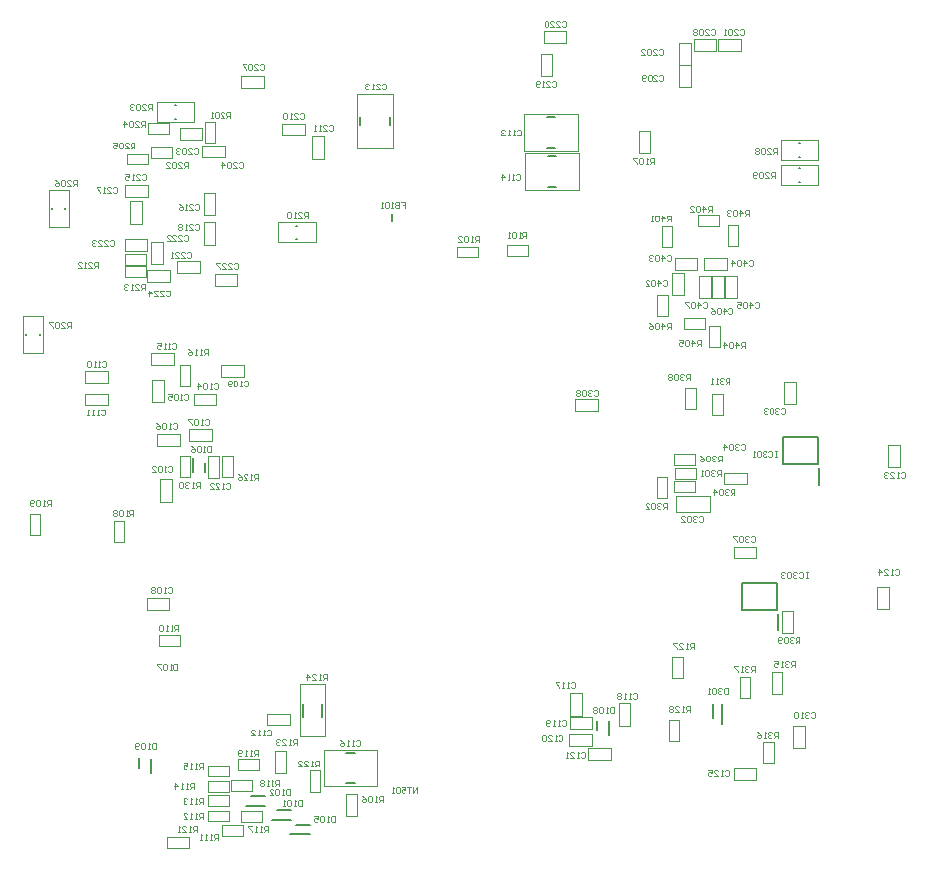
<source format=gbo>
G04*
G04 #@! TF.GenerationSoftware,Altium Limited,Altium Designer,23.1.1 (15)*
G04*
G04 Layer_Color=32896*
%FSLAX44Y44*%
%MOMM*%
G71*
G04*
G04 #@! TF.SameCoordinates,6EFD8887-9970-4281-88DB-E4BF4750D848*
G04*
G04*
G04 #@! TF.FilePolarity,Positive*
G04*
G01*
G75*
%ADD10C,0.1000*%
%ADD11C,0.2000*%
D10*
X3939000Y2770000D02*
G03*
X3939000Y2769000I0J-500D01*
G01*
D02*
G03*
X3939000Y2770000I0J500D01*
G01*
X3927500Y3151000D02*
X3946500D01*
X3927500Y3161000D02*
X3946500D01*
X3927500Y3151000D02*
Y3161000D01*
X3946500Y3151000D02*
Y3161000D01*
X4012924Y3177004D02*
X4044424D01*
X4012924Y3194004D02*
X4044424D01*
X4012924Y3177004D02*
Y3194004D01*
X4044424Y3177004D02*
Y3194004D01*
X3835500Y3190250D02*
Y3221750D01*
X3818500D02*
X3835500D01*
X3818500Y3190250D02*
X3835500D01*
X3818500D02*
Y3221750D01*
X4386250Y3190875D02*
Y3199875D01*
X4368250D02*
X4386250D01*
X4368250Y3190875D02*
X4386250D01*
X4368250D02*
Y3199875D01*
X4079174Y3256754D02*
Y3302254D01*
X4110174Y3256754D02*
Y3302254D01*
X4079174D02*
X4110174D01*
X4079174Y3256754D02*
X4110174D01*
X3959047Y3140000D02*
Y3150000D01*
X3978047Y3140000D02*
Y3150000D01*
X3959047D02*
X3978047D01*
X3959047Y3140000D02*
X3978047D01*
X3882924Y3148004D02*
Y3157004D01*
X3900924Y3148004D02*
Y3157004D01*
X3882924Y3148004D02*
X3900924D01*
X3882924Y3157004D02*
X3900924D01*
X3882924Y3158004D02*
Y3167004D01*
X3900924Y3158004D02*
Y3167004D01*
X3882924Y3158004D02*
X3900924D01*
X3882924Y3167004D02*
X3900924D01*
X3902174Y3169504D02*
Y3179504D01*
X3883174Y3169504D02*
Y3179504D01*
X3902174D01*
X3883174Y3169504D02*
X3902174D01*
X3887524Y3211854D02*
X3897524D01*
X3887524Y3192854D02*
X3897524D01*
X3887524D02*
Y3211854D01*
X3897524Y3192854D02*
Y3211854D01*
X3909924Y3296004D02*
X3941424D01*
X3909924Y3279004D02*
X3941424D01*
Y3296004D01*
X3909924Y3279004D02*
Y3296004D01*
X3912000Y2835500D02*
Y2844500D01*
X3930000Y2835500D02*
Y2844500D01*
X3912000Y2835500D02*
X3930000D01*
X3912000Y2844500D02*
X3930000D01*
X4529000Y2986500D02*
X4539000D01*
X4529000Y3005500D02*
X4539000D01*
Y2986500D02*
Y3005500D01*
X4529000Y2986500D02*
Y3005500D01*
X4380500Y3049000D02*
X4389500D01*
X4380500Y3031000D02*
X4389500D01*
X4380500D02*
Y3049000D01*
X4389500Y3031000D02*
Y3049000D01*
X4357500Y3036000D02*
X4366500D01*
X4357500Y3054000D02*
X4366500D01*
Y3036000D02*
Y3054000D01*
X4357500Y3036000D02*
Y3054000D01*
X4348500Y3154000D02*
Y3164000D01*
X4367500Y3154000D02*
Y3164000D01*
X4348500Y3154000D02*
X4367500D01*
X4348500Y3164000D02*
X4367500D01*
X4264500Y3034000D02*
Y3044000D01*
X4283500Y3034000D02*
Y3044000D01*
X4264500D02*
X4283500D01*
X4264500Y3034000D02*
X4283500D01*
X4333500Y3132250D02*
X4342500D01*
X4333500Y3114250D02*
X4342500D01*
X4333500D02*
Y3132250D01*
X4342500Y3114250D02*
Y3132250D01*
X4348875Y2976875D02*
X4366875D01*
X4348875Y2985875D02*
X4366875D01*
X4348875Y2976875D02*
Y2985875D01*
X4366875Y2976875D02*
Y2985875D01*
X4390350Y2972150D02*
X4409350D01*
X4390350Y2982150D02*
X4409350D01*
X4390350Y2972150D02*
Y2982150D01*
X4409350Y2972150D02*
Y2982150D01*
X4441000Y3039800D02*
Y3058800D01*
X4451000Y3039800D02*
Y3058800D01*
X4441000D02*
X4451000D01*
X4441000Y3039800D02*
X4451000D01*
X4096750Y2716500D02*
Y2747500D01*
X4051250Y2716500D02*
Y2747500D01*
X4096750D01*
X4051250Y2716500D02*
X4096750D01*
X4529648Y2866553D02*
Y2885553D01*
X4519648Y2866553D02*
Y2885553D01*
Y2866553D02*
X4529648D01*
X4519648Y2885553D02*
X4529648D01*
X4398500Y2732000D02*
X4417500D01*
X4398500Y2722000D02*
X4417500D01*
Y2732000D01*
X4398500Y2722000D02*
Y2732000D01*
X4346500Y2808000D02*
X4355500D01*
X4346500Y2826000D02*
X4355500D01*
X4346500Y2808000D02*
Y2826000D01*
X4355500Y2808000D02*
Y2826000D01*
X4327500Y3253000D02*
Y3271000D01*
X4318500Y3253000D02*
Y3271000D01*
Y3253000D02*
X4327500D01*
X4318500Y3271000D02*
X4327500D01*
X3979000Y2739500D02*
X3997000D01*
X3979000Y2730500D02*
X3997000D01*
Y2739500D01*
X3979000Y2730500D02*
Y2739500D01*
X3971000Y2699900D02*
Y2708900D01*
X3953000Y2699900D02*
Y2708900D01*
X3971000D01*
X3953000Y2699900D02*
X3971000D01*
X4039500Y2712000D02*
Y2730000D01*
X4048500Y2712000D02*
Y2730000D01*
X4039500D02*
X4048500D01*
X4039500Y2712000D02*
X4048500D01*
X4010500Y2728000D02*
Y2746000D01*
X4019500Y2728000D02*
Y2746000D01*
X4010500D02*
X4019500D01*
X4010500Y2728000D02*
X4019500D01*
X4079500Y2691750D02*
Y2709750D01*
X4070500Y2691750D02*
Y2709750D01*
Y2691750D02*
X4079500D01*
X4070500Y2709750D02*
X4079500D01*
X4343500Y2755000D02*
X4352500D01*
X4343500Y2773000D02*
X4352500D01*
X4343500Y2755000D02*
Y2773000D01*
X4352500Y2755000D02*
Y2773000D01*
X3901500Y2876000D02*
X3920500D01*
X3901500Y2866000D02*
X3920500D01*
Y2876000D01*
X3901500Y2866000D02*
Y2876000D01*
X3929500Y3055000D02*
Y3073000D01*
X3938500Y3055000D02*
Y3073000D01*
X3929500D02*
X3938500D01*
X3929500Y3055000D02*
X3938500D01*
X4164000Y3164500D02*
X4182000D01*
X4164000Y3173500D02*
X4182000D01*
X4164000Y3164500D02*
Y3173500D01*
X4182000Y3164500D02*
Y3173500D01*
X4206750Y3165500D02*
X4224750D01*
X4206750Y3174500D02*
X4224750D01*
X4206750Y3165500D02*
Y3174500D01*
X4224750Y3165500D02*
Y3174500D01*
X4430500Y2795000D02*
X4439500D01*
X4430500Y2813000D02*
X4439500D01*
X4430500Y2795000D02*
Y2813000D01*
X4439500Y2795000D02*
Y2813000D01*
X4403500Y2791000D02*
X4412500D01*
X4403500Y2809000D02*
X4412500D01*
X4403500Y2791000D02*
Y2809000D01*
X4412500Y2791000D02*
Y2809000D01*
X4459000Y2748800D02*
Y2767800D01*
X4449000Y2748800D02*
Y2767800D01*
X4459000D01*
X4449000Y2748800D02*
X4459000D01*
X3873500Y2923000D02*
X3882500D01*
X3873500Y2941000D02*
X3882500D01*
Y2923000D02*
Y2941000D01*
X3873500Y2923000D02*
Y2941000D01*
X4423500Y2736000D02*
X4432500D01*
X4423500Y2754000D02*
X4432500D01*
X4423500Y2736000D02*
Y2754000D01*
X4432500Y2736000D02*
Y2754000D01*
X3849500Y3039000D02*
Y3049000D01*
X3868500Y3039000D02*
Y3049000D01*
X3849500Y3039000D02*
X3868500D01*
X3849500Y3049000D02*
X3868500D01*
X3849500Y3068000D02*
X3868500D01*
X3849500Y3058000D02*
X3868500D01*
Y3068000D01*
X3849500Y3058000D02*
Y3068000D01*
X3802500Y2929000D02*
Y2947000D01*
X3811500Y2929000D02*
Y2947000D01*
X3802500D02*
X3811500D01*
X3802500Y2929000D02*
X3811500D01*
X3905000Y3177500D02*
X3915000D01*
X3905000Y3158500D02*
X3915000D01*
X3905000D02*
Y3177500D01*
X3915000Y3158500D02*
Y3177500D01*
X4016474Y3267504D02*
X4035474D01*
X4016474Y3277504D02*
X4035474D01*
X4016474Y3267504D02*
Y3277504D01*
X4035474Y3267504D02*
Y3277504D01*
X4041674Y3248004D02*
X4051674D01*
X4041674Y3267004D02*
X4051674D01*
Y3248004D02*
Y3267004D01*
X4041674Y3248004D02*
Y3267004D01*
X4031250Y2758750D02*
X4052750D01*
X4031250Y2803250D02*
X4052750D01*
Y2758750D02*
Y2803250D01*
X4031250Y2758750D02*
Y2803250D01*
X4003500Y2768000D02*
X4022500D01*
X4003500Y2778000D02*
X4022500D01*
X4003500Y2768000D02*
Y2778000D01*
X4022500Y2768000D02*
Y2778000D01*
X3965000Y2674500D02*
Y2683500D01*
X3983000Y2674500D02*
Y2683500D01*
X3965000Y2674500D02*
X3983000D01*
X3965000Y2683500D02*
X3983000D01*
X3953000Y2686900D02*
X3971000D01*
X3953000Y2695900D02*
X3971000D01*
X3953000Y2686900D02*
Y2695900D01*
X3971000Y2686900D02*
Y2695900D01*
X3953000Y2711900D02*
X3971000D01*
X3953000Y2720900D02*
X3971000D01*
X3953000Y2711900D02*
Y2720900D01*
X3971000Y2711900D02*
Y2720900D01*
X3973000Y2712500D02*
Y2721500D01*
X3991000Y2712500D02*
Y2721500D01*
X3973000Y2712500D02*
X3991000D01*
X3973000Y2721500D02*
X3991000D01*
X3953000Y2724900D02*
X3971000D01*
X3953000Y2733900D02*
X3971000D01*
X3953000Y2724900D02*
Y2733900D01*
X3971000Y2724900D02*
Y2733900D01*
X3965500Y2996000D02*
X3974500D01*
X3965500Y2978000D02*
X3974500D01*
X3965500D02*
Y2996000D01*
X3974500Y2978000D02*
Y2996000D01*
X3963000Y2977500D02*
Y2996500D01*
X3953000Y2977500D02*
Y2996500D01*
Y2977500D02*
X3963000D01*
X3953000Y2996500D02*
X3963000D01*
X3905000Y3248500D02*
Y3257500D01*
X3923000Y3248500D02*
Y3257500D01*
X3905000Y3248500D02*
X3923000D01*
X3905000Y3257500D02*
X3923000D01*
X3920674Y3269004D02*
Y3278004D01*
X3902674Y3269004D02*
Y3278004D01*
X3920674D01*
X3902674Y3269004D02*
X3920674D01*
X3929500Y3264000D02*
Y3274000D01*
X3948500Y3264000D02*
Y3274000D01*
X3929500Y3264000D02*
X3948500D01*
X3929500Y3274000D02*
X3948500D01*
X3950500Y3261000D02*
X3959500D01*
X3950500Y3279000D02*
X3959500D01*
Y3261000D02*
Y3279000D01*
X3950500Y3261000D02*
Y3279000D01*
X3948500Y3249000D02*
Y3259000D01*
X3967500Y3249000D02*
Y3259000D01*
X3948500Y3249000D02*
X3967500D01*
X3948500Y3259000D02*
X3967500D01*
X3796500Y3083250D02*
Y3114750D01*
X3813500Y3083250D02*
Y3114750D01*
X3796500D02*
X3813500D01*
X3796500Y3083250D02*
X3813500D01*
X4438250Y3246500D02*
X4469750D01*
X4438250Y3263500D02*
X4469750D01*
X4438250Y3246500D02*
Y3263500D01*
X4469750Y3246500D02*
Y3263500D01*
X4438250Y3225500D02*
X4469750D01*
X4438250Y3242500D02*
X4469750D01*
X4438250Y3225500D02*
Y3242500D01*
X4469750Y3225500D02*
Y3242500D01*
X3981000Y2695500D02*
X3999000D01*
X3981000Y2686500D02*
X3999000D01*
Y2695500D01*
X3981000Y2686500D02*
Y2695500D01*
X3919000Y2673500D02*
X3937000D01*
X3919000Y2664500D02*
X3937000D01*
Y2673500D01*
X3919000Y2664500D02*
Y2673500D01*
X4337664Y3173000D02*
Y3191000D01*
X4346664Y3173000D02*
Y3191000D01*
X4337664D02*
X4346664D01*
X4337664Y3173000D02*
X4346664D01*
X4346000Y3132200D02*
Y3151200D01*
X4356000Y3132200D02*
Y3151200D01*
X4346000D02*
X4356000D01*
X4346000Y3132200D02*
X4356000D01*
X4373500Y3164000D02*
X4392500D01*
X4373500Y3154000D02*
X4392500D01*
Y3164000D01*
X4373500Y3154000D02*
Y3164000D01*
X4379000Y3129500D02*
Y3148500D01*
X4369000Y3129500D02*
Y3148500D01*
Y3129500D02*
X4379000D01*
X4369000Y3148500D02*
X4379000D01*
X4390000Y3129500D02*
Y3148500D01*
X4380000Y3129500D02*
Y3148500D01*
Y3129500D02*
X4390000D01*
X4380000Y3148500D02*
X4390000D01*
X4401000Y3129500D02*
Y3148500D01*
X4391000Y3129500D02*
Y3148500D01*
Y3129500D02*
X4401000D01*
X4391000Y3148500D02*
X4401000D01*
X4386500Y3088250D02*
Y3106250D01*
X4377500Y3088250D02*
Y3106250D01*
Y3088250D02*
X4386500D01*
X4377500Y3106250D02*
X4386500D01*
X3883474Y3215504D02*
X3902474D01*
X3883474Y3225504D02*
X3902474D01*
X3883474Y3215504D02*
Y3225504D01*
X3902474Y3215504D02*
Y3225504D01*
X3949674Y3200004D02*
Y3219004D01*
X3959674Y3200004D02*
Y3219004D01*
X3949674D02*
X3959674D01*
X3949674Y3200004D02*
X3959674D01*
X3981500Y3318000D02*
X4000500D01*
X3981500Y3308000D02*
X4000500D01*
Y3318000D01*
X3981500Y3308000D02*
Y3318000D01*
X3884424Y3252004D02*
X3902424D01*
X3884424Y3243004D02*
X3902424D01*
Y3252004D01*
X3884424Y3243004D02*
Y3252004D01*
X3949674Y3175004D02*
Y3194004D01*
X3959674Y3175004D02*
Y3194004D01*
X3949674D02*
X3959674D01*
X3949674Y3175004D02*
X3959674D01*
X3902174Y3143504D02*
X3921174D01*
X3902174Y3153504D02*
X3921174D01*
X3902174Y3143504D02*
Y3153504D01*
X3921174Y3143504D02*
Y3153504D01*
X4256500Y3346000D02*
Y3356000D01*
X4237500Y3346000D02*
Y3356000D01*
X4256500D01*
X4237500Y3346000D02*
X4256500D01*
X4235000Y3336500D02*
X4245000D01*
X4235000Y3317500D02*
X4245000D01*
X4235000D02*
Y3336500D01*
X4245000Y3317500D02*
Y3336500D01*
X4278200Y2751000D02*
Y2761000D01*
X4259200Y2751000D02*
Y2761000D01*
X4278200D01*
X4259200Y2751000D02*
X4278200D01*
X4278500Y2765000D02*
Y2775000D01*
X4259500Y2765000D02*
Y2775000D01*
X4278500D01*
X4259500Y2765000D02*
X4278500D01*
X4260000Y2795200D02*
X4270000D01*
X4260000Y2776200D02*
X4270000D01*
X4260000D02*
Y2795200D01*
X4270000Y2776200D02*
Y2795200D01*
X4301000Y2767800D02*
X4311000D01*
X4301000Y2786800D02*
X4311000D01*
Y2767800D02*
Y2786800D01*
X4301000Y2767800D02*
Y2786800D01*
X4365875Y2988875D02*
Y2997875D01*
X4347875Y2988875D02*
Y2997875D01*
X4365875D01*
X4347875Y2988875D02*
X4365875D01*
X4378625Y2948625D02*
Y2962125D01*
X4349625Y2948625D02*
Y2962125D01*
X4378625D01*
X4349625Y2948625D02*
X4378625D01*
X4333375Y2978375D02*
X4342375D01*
X4333375Y2960375D02*
X4342375D01*
X4333375D02*
Y2978375D01*
X4342375Y2960375D02*
Y2978375D01*
X4266750Y3254500D02*
Y3285500D01*
X4221250Y3254500D02*
Y3285500D01*
X4266750D01*
X4221250Y3254500D02*
X4266750D01*
X4267500Y3221500D02*
Y3252500D01*
X4222000Y3221500D02*
Y3252500D01*
X4267500D01*
X4222000Y3221500D02*
X4267500D01*
X4398500Y2919500D02*
X4417500D01*
X4398500Y2909500D02*
X4417500D01*
Y2919500D01*
X4398500Y2909500D02*
Y2919500D01*
X4448500Y2846500D02*
Y2864500D01*
X4439500Y2846500D02*
Y2864500D01*
Y2846500D02*
X4448500D01*
X4439500Y2864500D02*
X4448500D01*
X4347875Y2965875D02*
X4365875D01*
X4347875Y2974875D02*
X4365875D01*
X4347875Y2965875D02*
Y2974875D01*
X4365875Y2965875D02*
Y2974875D01*
X3929500Y2978000D02*
Y2996000D01*
X3938500Y2978000D02*
Y2996000D01*
X3929500D02*
X3938500D01*
X3929500Y2978000D02*
X3938500D01*
X4385500Y3339000D02*
X4404500D01*
X4385500Y3349000D02*
X4404500D01*
X4385500Y3339000D02*
Y3349000D01*
X4404500Y3339000D02*
Y3349000D01*
X4364500Y3349000D02*
X4383500D01*
X4364500Y3339000D02*
X4383500D01*
Y3349000D01*
X4364500Y3339000D02*
Y3349000D01*
X4362000Y3327200D02*
Y3346200D01*
X4352000Y3327200D02*
Y3346200D01*
Y3327200D02*
X4362000D01*
X4352000Y3346200D02*
X4362000D01*
Y3308200D02*
Y3327200D01*
X4352000Y3308200D02*
Y3327200D01*
Y3308200D02*
X4362000D01*
X4352000Y3327200D02*
X4362000D01*
X3905500Y3073000D02*
X3924500D01*
X3905500Y3083000D02*
X3924500D01*
X3905500Y3073000D02*
Y3083000D01*
X3924500Y3073000D02*
Y3083000D01*
X4275500Y2739000D02*
X4294500D01*
X4275500Y2749000D02*
X4294500D01*
X4275500Y2739000D02*
Y2749000D01*
X4294500Y2739000D02*
Y2749000D01*
X3913000Y2976500D02*
X3923000D01*
X3913000Y2957500D02*
X3923000D01*
X3913000D02*
Y2976500D01*
X3923000Y2957500D02*
Y2976500D01*
X3964500Y3063000D02*
Y3073000D01*
X3983500Y3063000D02*
Y3073000D01*
X3964500Y3063000D02*
X3983500D01*
X3964500Y3073000D02*
X3983500D01*
X3937500Y3009000D02*
Y3019000D01*
X3956500Y3009000D02*
Y3019000D01*
X3937500Y3009000D02*
X3956500D01*
X3937500Y3019000D02*
X3956500D01*
X3929500Y3005000D02*
Y3015000D01*
X3910500Y3005000D02*
Y3015000D01*
X3929500D01*
X3910500Y3005000D02*
X3929500D01*
X3906000Y3060500D02*
X3916000D01*
X3906000Y3041500D02*
X3916000D01*
X3906000D02*
Y3060500D01*
X3916000Y3041500D02*
Y3060500D01*
X3941500Y3039000D02*
Y3049000D01*
X3960500Y3039000D02*
Y3049000D01*
X3941500Y3039000D02*
X3960500D01*
X3941500Y3049000D02*
X3960500D01*
X4356500Y3103750D02*
Y3112750D01*
X4374500Y3103750D02*
Y3112750D01*
X4356500Y3103750D02*
X4374500D01*
X4356500Y3112750D02*
X4374500D01*
X4393500Y3173750D02*
X4402500D01*
X4393500Y3191750D02*
X4402500D01*
Y3173750D02*
Y3191750D01*
X4393500Y3173750D02*
Y3191750D01*
X3908997Y2752749D02*
Y2747751D01*
X3906498D01*
X3905665Y2748584D01*
Y2751916D01*
X3906498Y2752749D01*
X3908997D01*
X3903999Y2747751D02*
X3902333D01*
X3903166D01*
Y2752749D01*
X3903999Y2751916D01*
X3899833D02*
X3899001Y2752749D01*
X3897334D01*
X3896501Y2751916D01*
Y2748584D01*
X3897334Y2747751D01*
X3899001D01*
X3899833Y2748584D01*
Y2751916D01*
X3894835Y2748584D02*
X3894002Y2747751D01*
X3892336D01*
X3891503Y2748584D01*
Y2751916D01*
X3892336Y2752749D01*
X3894002D01*
X3894835Y2751916D01*
Y2751083D01*
X3894002Y2750250D01*
X3891503D01*
X4393581Y2799499D02*
Y2794501D01*
X4391082D01*
X4390248Y2795334D01*
Y2798666D01*
X4391082Y2799499D01*
X4393581D01*
X4388582Y2798666D02*
X4387749Y2799499D01*
X4386083D01*
X4385250Y2798666D01*
Y2797833D01*
X4386083Y2797000D01*
X4386916D01*
X4386083D01*
X4385250Y2796167D01*
Y2795334D01*
X4386083Y2794501D01*
X4387749D01*
X4388582Y2795334D01*
X4383584Y2798666D02*
X4382751Y2799499D01*
X4381085D01*
X4380251Y2798666D01*
Y2795334D01*
X4381085Y2794501D01*
X4382751D01*
X4383584Y2795334D01*
Y2798666D01*
X4378586Y2794501D02*
X4376919D01*
X4377752D01*
Y2799499D01*
X4378586Y2798666D01*
X4060747Y2691499D02*
Y2686501D01*
X4058248D01*
X4057415Y2687334D01*
Y2690666D01*
X4058248Y2691499D01*
X4060747D01*
X4055749Y2686501D02*
X4054083D01*
X4054916D01*
Y2691499D01*
X4055749Y2690666D01*
X4051584D02*
X4050750Y2691499D01*
X4049084D01*
X4048251Y2690666D01*
Y2687334D01*
X4049084Y2686501D01*
X4050750D01*
X4051584Y2687334D01*
Y2690666D01*
X4043253Y2691499D02*
X4046585D01*
Y2689000D01*
X4044919Y2689833D01*
X4044086D01*
X4043253Y2689000D01*
Y2687334D01*
X4044086Y2686501D01*
X4045752D01*
X4046585Y2687334D01*
X4022997Y2713999D02*
Y2709001D01*
X4020498D01*
X4019665Y2709834D01*
Y2713166D01*
X4020498Y2713999D01*
X4022997D01*
X4017999Y2709001D02*
X4016333D01*
X4017166D01*
Y2713999D01*
X4017999Y2713166D01*
X4013834D02*
X4013000Y2713999D01*
X4011334D01*
X4010501Y2713166D01*
Y2709834D01*
X4011334Y2709001D01*
X4013000D01*
X4013834Y2709834D01*
Y2713166D01*
X4005503Y2709001D02*
X4008835D01*
X4005503Y2712333D01*
Y2713166D01*
X4006336Y2713999D01*
X4008002D01*
X4008835Y2713166D01*
X4032914Y2704999D02*
Y2700001D01*
X4030415D01*
X4029582Y2700834D01*
Y2704166D01*
X4030415Y2704999D01*
X4032914D01*
X4027916Y2700001D02*
X4026250D01*
X4027083D01*
Y2704999D01*
X4027916Y2704166D01*
X4023750D02*
X4022917Y2704999D01*
X4021251D01*
X4020418Y2704166D01*
Y2700834D01*
X4021251Y2700001D01*
X4022917D01*
X4023750Y2700834D01*
Y2704166D01*
X4018752Y2700001D02*
X4017086D01*
X4017919D01*
Y2704999D01*
X4018752Y2704166D01*
X3927497Y2819999D02*
Y2815001D01*
X3924998D01*
X3924165Y2815834D01*
Y2819166D01*
X3924998Y2819999D01*
X3927497D01*
X3922499Y2815001D02*
X3920833D01*
X3921666D01*
Y2819999D01*
X3922499Y2819166D01*
X3918333D02*
X3917500Y2819999D01*
X3915834D01*
X3915001Y2819166D01*
Y2815834D01*
X3915834Y2815001D01*
X3917500D01*
X3918333Y2815834D01*
Y2819166D01*
X3913335Y2819999D02*
X3910003D01*
Y2819166D01*
X3913335Y2815834D01*
Y2815001D01*
X4416497Y2813501D02*
Y2818499D01*
X4413998D01*
X4413165Y2817666D01*
Y2816000D01*
X4413998Y2815167D01*
X4416497D01*
X4414831D02*
X4413165Y2813501D01*
X4411499Y2817666D02*
X4410666Y2818499D01*
X4409000D01*
X4408167Y2817666D01*
Y2816833D01*
X4409000Y2816000D01*
X4409833D01*
X4409000D01*
X4408167Y2815167D01*
Y2814334D01*
X4409000Y2813501D01*
X4410666D01*
X4411499Y2814334D01*
X4406501Y2813501D02*
X4404834D01*
X4405667D01*
Y2818499D01*
X4406501Y2817666D01*
X4402335Y2818499D02*
X4399003D01*
Y2817666D01*
X4402335Y2814334D01*
Y2813501D01*
X4435997Y2757751D02*
Y2762749D01*
X4433498D01*
X4432665Y2761916D01*
Y2760250D01*
X4433498Y2759417D01*
X4435997D01*
X4434331D02*
X4432665Y2757751D01*
X4430999Y2761916D02*
X4430166Y2762749D01*
X4428499D01*
X4427667Y2761916D01*
Y2761083D01*
X4428499Y2760250D01*
X4429333D01*
X4428499D01*
X4427667Y2759417D01*
Y2758584D01*
X4428499Y2757751D01*
X4430166D01*
X4430999Y2758584D01*
X4426000Y2757751D02*
X4424334D01*
X4425167D01*
Y2762749D01*
X4426000Y2761916D01*
X4418503Y2762749D02*
X4420169Y2761916D01*
X4421835Y2760250D01*
Y2758584D01*
X4421002Y2757751D01*
X4419336D01*
X4418503Y2758584D01*
Y2759417D01*
X4419336Y2760250D01*
X4421835D01*
X4450497Y2817251D02*
Y2822249D01*
X4447998D01*
X4447165Y2821416D01*
Y2819750D01*
X4447998Y2818917D01*
X4450497D01*
X4448831D02*
X4447165Y2817251D01*
X4445499Y2821416D02*
X4444666Y2822249D01*
X4443000D01*
X4442166Y2821416D01*
Y2820583D01*
X4443000Y2819750D01*
X4443833D01*
X4443000D01*
X4442166Y2818917D01*
Y2818084D01*
X4443000Y2817251D01*
X4444666D01*
X4445499Y2818084D01*
X4440500Y2817251D02*
X4438834D01*
X4439667D01*
Y2822249D01*
X4440500Y2821416D01*
X4433003Y2822249D02*
X4436335D01*
Y2819750D01*
X4434669Y2820583D01*
X4433836D01*
X4433003Y2819750D01*
Y2818084D01*
X4433836Y2817251D01*
X4435502D01*
X4436335Y2818084D01*
X4361408Y2779528D02*
Y2784526D01*
X4358909D01*
X4358076Y2783693D01*
Y2782027D01*
X4358909Y2781194D01*
X4361408D01*
X4359742D02*
X4358076Y2779528D01*
X4356410D02*
X4354744D01*
X4355576D01*
Y2784526D01*
X4356410Y2783693D01*
X4348912Y2779528D02*
X4352244D01*
X4348912Y2782860D01*
Y2783693D01*
X4349745Y2784526D01*
X4351411D01*
X4352244Y2783693D01*
X4347246D02*
X4346413Y2784526D01*
X4344747D01*
X4343914Y2783693D01*
Y2782860D01*
X4344747Y2782027D01*
X4343914Y2781194D01*
Y2780361D01*
X4344747Y2779528D01*
X4346413D01*
X4347246Y2780361D01*
Y2781194D01*
X4346413Y2782027D01*
X4347246Y2782860D01*
Y2783693D01*
X4346413Y2782027D02*
X4344747D01*
X4364458Y2832530D02*
Y2837528D01*
X4361959D01*
X4361126Y2836695D01*
Y2835029D01*
X4361959Y2834196D01*
X4364458D01*
X4362792D02*
X4361126Y2832530D01*
X4359460D02*
X4357794D01*
X4358627D01*
Y2837528D01*
X4359460Y2836695D01*
X4351962Y2832530D02*
X4355294D01*
X4351962Y2835862D01*
Y2836695D01*
X4352795Y2837528D01*
X4354461D01*
X4355294Y2836695D01*
X4350296Y2837528D02*
X4346964D01*
Y2836695D01*
X4350296Y2833363D01*
Y2832530D01*
X4463662Y2778465D02*
X4464495Y2779298D01*
X4466161D01*
X4466994Y2778465D01*
Y2775133D01*
X4466161Y2774300D01*
X4464495D01*
X4463662Y2775133D01*
X4461996Y2778465D02*
X4461163Y2779298D01*
X4459496D01*
X4458663Y2778465D01*
Y2777632D01*
X4459496Y2776799D01*
X4460330D01*
X4459496D01*
X4458663Y2775966D01*
Y2775133D01*
X4459496Y2774300D01*
X4461163D01*
X4461996Y2775133D01*
X4456997Y2774300D02*
X4455331D01*
X4456164D01*
Y2779298D01*
X4456997Y2778465D01*
X4452832D02*
X4451999Y2779298D01*
X4450333D01*
X4449500Y2778465D01*
Y2775133D01*
X4450333Y2774300D01*
X4451999D01*
X4452832Y2775133D01*
Y2778465D01*
X4280331Y3051166D02*
X4281165Y3051999D01*
X4282831D01*
X4283664Y3051166D01*
Y3047834D01*
X4282831Y3047001D01*
X4281165D01*
X4280331Y3047834D01*
X4278665Y3051166D02*
X4277832Y3051999D01*
X4276166D01*
X4275333Y3051166D01*
Y3050333D01*
X4276166Y3049500D01*
X4276999D01*
X4276166D01*
X4275333Y3048667D01*
Y3047834D01*
X4276166Y3047001D01*
X4277832D01*
X4278665Y3047834D01*
X4273667Y3051166D02*
X4272834Y3051999D01*
X4271168D01*
X4270335Y3051166D01*
Y3047834D01*
X4271168Y3047001D01*
X4272834D01*
X4273667Y3047834D01*
Y3051166D01*
X4268669D02*
X4267835Y3051999D01*
X4266169D01*
X4265336Y3051166D01*
Y3050333D01*
X4266169Y3049500D01*
X4265336Y3048667D01*
Y3047834D01*
X4266169Y3047001D01*
X4267835D01*
X4268669Y3047834D01*
Y3048667D01*
X4267835Y3049500D01*
X4268669Y3050333D01*
Y3051166D01*
X4267835Y3049500D02*
X4266169D01*
X3975081Y3158416D02*
X3975915Y3159249D01*
X3977581D01*
X3978414Y3158416D01*
Y3155084D01*
X3977581Y3154251D01*
X3975915D01*
X3975081Y3155084D01*
X3970083Y3154251D02*
X3973415D01*
X3970083Y3157583D01*
Y3158416D01*
X3970916Y3159249D01*
X3972582D01*
X3973415Y3158416D01*
X3965085Y3154251D02*
X3968417D01*
X3965085Y3157583D01*
Y3158416D01*
X3965918Y3159249D01*
X3967584D01*
X3968417Y3158416D01*
X3963419Y3159249D02*
X3960086D01*
Y3158416D01*
X3963419Y3155084D01*
Y3154251D01*
X4435413Y3000499D02*
X4433747D01*
X4434580D01*
Y2995501D01*
X4435413D01*
X4433747D01*
X4427916Y2999666D02*
X4428749Y3000499D01*
X4430415D01*
X4431248Y2999666D01*
Y2996334D01*
X4430415Y2995501D01*
X4428749D01*
X4427916Y2996334D01*
X4426250Y2999666D02*
X4425417Y3000499D01*
X4423750D01*
X4422917Y2999666D01*
Y2998833D01*
X4423750Y2998000D01*
X4424583D01*
X4423750D01*
X4422917Y2997167D01*
Y2996334D01*
X4423750Y2995501D01*
X4425417D01*
X4426250Y2996334D01*
X4421251Y2999666D02*
X4420418Y3000499D01*
X4418752D01*
X4417919Y2999666D01*
Y2996334D01*
X4418752Y2995501D01*
X4420418D01*
X4421251Y2996334D01*
Y2999666D01*
X4416253Y2995501D02*
X4414587D01*
X4415420D01*
Y3000499D01*
X4416253Y2999666D01*
X4394914Y3057501D02*
Y3062499D01*
X4392415D01*
X4391582Y3061666D01*
Y3060000D01*
X4392415Y3059167D01*
X4394914D01*
X4393248D02*
X4391582Y3057501D01*
X4389916Y3061666D02*
X4389083Y3062499D01*
X4387416D01*
X4386584Y3061666D01*
Y3060833D01*
X4387416Y3060000D01*
X4388250D01*
X4387416D01*
X4386584Y3059167D01*
Y3058334D01*
X4387416Y3057501D01*
X4389083D01*
X4389916Y3058334D01*
X4384917Y3057501D02*
X4383251D01*
X4384084D01*
Y3062499D01*
X4384917Y3061666D01*
X4380752Y3057501D02*
X4379086D01*
X4379919D01*
Y3062499D01*
X4380752Y3061666D01*
X4454164Y2838001D02*
Y2842999D01*
X4451664D01*
X4450831Y2842166D01*
Y2840500D01*
X4451664Y2839667D01*
X4454164D01*
X4452498D02*
X4450831Y2838001D01*
X4449165Y2842166D02*
X4448332Y2842999D01*
X4446666D01*
X4445833Y2842166D01*
Y2841333D01*
X4446666Y2840500D01*
X4447499D01*
X4446666D01*
X4445833Y2839667D01*
Y2838834D01*
X4446666Y2838001D01*
X4448332D01*
X4449165Y2838834D01*
X4444167Y2842166D02*
X4443334Y2842999D01*
X4441668D01*
X4440835Y2842166D01*
Y2838834D01*
X4441668Y2838001D01*
X4443334D01*
X4444167Y2838834D01*
Y2842166D01*
X4439169Y2838834D02*
X4438336Y2838001D01*
X4436669D01*
X4435836Y2838834D01*
Y2842166D01*
X4436669Y2842999D01*
X4438336D01*
X4439169Y2842166D01*
Y2841333D01*
X4438336Y2840500D01*
X4435836D01*
X4361164Y3060501D02*
Y3065499D01*
X4358665D01*
X4357831Y3064666D01*
Y3063000D01*
X4358665Y3062167D01*
X4361164D01*
X4359498D02*
X4357831Y3060501D01*
X4356165Y3064666D02*
X4355332Y3065499D01*
X4353666D01*
X4352833Y3064666D01*
Y3063833D01*
X4353666Y3063000D01*
X4354499D01*
X4353666D01*
X4352833Y3062167D01*
Y3061334D01*
X4353666Y3060501D01*
X4355332D01*
X4356165Y3061334D01*
X4351167Y3064666D02*
X4350334Y3065499D01*
X4348668D01*
X4347835Y3064666D01*
Y3061334D01*
X4348668Y3060501D01*
X4350334D01*
X4351167Y3061334D01*
Y3064666D01*
X4346169D02*
X4345335Y3065499D01*
X4343669D01*
X4342836Y3064666D01*
Y3063833D01*
X4343669Y3063000D01*
X4342836Y3062167D01*
Y3061334D01*
X4343669Y3060501D01*
X4345335D01*
X4346169Y3061334D01*
Y3062167D01*
X4345335Y3063000D01*
X4346169Y3063833D01*
Y3064666D01*
X4345335Y3063000D02*
X4343669D01*
X4388164Y2991501D02*
Y2996499D01*
X4385664D01*
X4384832Y2995666D01*
Y2994000D01*
X4385664Y2993167D01*
X4388164D01*
X4386497D02*
X4384832Y2991501D01*
X4383165Y2995666D02*
X4382332Y2996499D01*
X4380666D01*
X4379833Y2995666D01*
Y2994833D01*
X4380666Y2994000D01*
X4381499D01*
X4380666D01*
X4379833Y2993167D01*
Y2992334D01*
X4380666Y2991501D01*
X4382332D01*
X4383165Y2992334D01*
X4378167Y2995666D02*
X4377334Y2996499D01*
X4375668D01*
X4374835Y2995666D01*
Y2992334D01*
X4375668Y2991501D01*
X4377334D01*
X4378167Y2992334D01*
Y2995666D01*
X4369836Y2996499D02*
X4371502Y2995666D01*
X4373169Y2994000D01*
Y2992334D01*
X4372336Y2991501D01*
X4370669D01*
X4369836Y2992334D01*
Y2993167D01*
X4370669Y2994000D01*
X4373169D01*
X4399164Y2963501D02*
Y2968499D01*
X4396664D01*
X4395831Y2967666D01*
Y2966000D01*
X4396664Y2965167D01*
X4399164D01*
X4397498D02*
X4395831Y2963501D01*
X4394165Y2967666D02*
X4393332Y2968499D01*
X4391666D01*
X4390833Y2967666D01*
Y2966833D01*
X4391666Y2966000D01*
X4392499D01*
X4391666D01*
X4390833Y2965167D01*
Y2964334D01*
X4391666Y2963501D01*
X4393332D01*
X4394165Y2964334D01*
X4389167Y2967666D02*
X4388334Y2968499D01*
X4386668D01*
X4385835Y2967666D01*
Y2964334D01*
X4386668Y2963501D01*
X4388334D01*
X4389167Y2964334D01*
Y2967666D01*
X4381669Y2963501D02*
Y2968499D01*
X4384169Y2966000D01*
X4380836D01*
X4342164Y2951501D02*
Y2956499D01*
X4339665D01*
X4338831Y2955666D01*
Y2954000D01*
X4339665Y2953167D01*
X4342164D01*
X4340497D02*
X4338831Y2951501D01*
X4337165Y2955666D02*
X4336332Y2956499D01*
X4334666D01*
X4333833Y2955666D01*
Y2954833D01*
X4334666Y2954000D01*
X4335499D01*
X4334666D01*
X4333833Y2953167D01*
Y2952334D01*
X4334666Y2951501D01*
X4336332D01*
X4337165Y2952334D01*
X4332167Y2955666D02*
X4331334Y2956499D01*
X4329668D01*
X4328835Y2955666D01*
Y2952334D01*
X4329668Y2951501D01*
X4331334D01*
X4332167Y2952334D01*
Y2955666D01*
X4323836Y2951501D02*
X4327169D01*
X4323836Y2954833D01*
Y2955666D01*
X4324669Y2956499D01*
X4326335D01*
X4327169Y2955666D01*
X4387331Y2979501D02*
Y2984499D01*
X4384832D01*
X4383998Y2983666D01*
Y2982000D01*
X4384832Y2981167D01*
X4387331D01*
X4385664D02*
X4383998Y2979501D01*
X4382332Y2983666D02*
X4381499Y2984499D01*
X4379833D01*
X4379000Y2983666D01*
Y2982833D01*
X4379833Y2982000D01*
X4380666D01*
X4379833D01*
X4379000Y2981167D01*
Y2980334D01*
X4379833Y2979501D01*
X4381499D01*
X4382332Y2980334D01*
X4377334Y2983666D02*
X4376501Y2984499D01*
X4374835D01*
X4374001Y2983666D01*
Y2980334D01*
X4374835Y2979501D01*
X4376501D01*
X4377334Y2980334D01*
Y2983666D01*
X4372336Y2979501D02*
X4370669D01*
X4371502D01*
Y2984499D01*
X4372336Y2983666D01*
X3899747Y3136501D02*
Y3141499D01*
X3897248D01*
X3896415Y3140666D01*
Y3139000D01*
X3897248Y3138167D01*
X3899747D01*
X3898081D02*
X3896415Y3136501D01*
X3891417D02*
X3894749D01*
X3891417Y3139833D01*
Y3140666D01*
X3892249Y3141499D01*
X3893916D01*
X3894749Y3140666D01*
X3889750Y3136501D02*
X3888084D01*
X3888917D01*
Y3141499D01*
X3889750Y3140666D01*
X3885585D02*
X3884752Y3141499D01*
X3883086D01*
X3882253Y3140666D01*
Y3139833D01*
X3883086Y3139000D01*
X3883919D01*
X3883086D01*
X3882253Y3138167D01*
Y3137334D01*
X3883086Y3136501D01*
X3884752D01*
X3885585Y3137334D01*
X3860497Y3155001D02*
Y3159999D01*
X3857998D01*
X3857165Y3159166D01*
Y3157500D01*
X3857998Y3156667D01*
X3860497D01*
X3858831D02*
X3857165Y3155001D01*
X3852166D02*
X3855499D01*
X3852166Y3158333D01*
Y3159166D01*
X3853000Y3159999D01*
X3854666D01*
X3855499Y3159166D01*
X3850500Y3155001D02*
X3848834D01*
X3849667D01*
Y3159999D01*
X3850500Y3159166D01*
X3843003Y3155001D02*
X3846335D01*
X3843003Y3158333D01*
Y3159166D01*
X3843836Y3159999D01*
X3845502D01*
X3846335Y3159166D01*
X4037747Y3197501D02*
Y3202499D01*
X4035248D01*
X4034415Y3201666D01*
Y3200000D01*
X4035248Y3199167D01*
X4037747D01*
X4036081D02*
X4034415Y3197501D01*
X4029417D02*
X4032749D01*
X4029417Y3200833D01*
Y3201666D01*
X4030250Y3202499D01*
X4031916D01*
X4032749Y3201666D01*
X4027751Y3197501D02*
X4026084D01*
X4026917D01*
Y3202499D01*
X4027751Y3201666D01*
X4023585D02*
X4022752Y3202499D01*
X4021086D01*
X4020253Y3201666D01*
Y3198334D01*
X4021086Y3197501D01*
X4022752D01*
X4023585Y3198334D01*
Y3201666D01*
X4433164Y3231501D02*
Y3236499D01*
X4430664D01*
X4429832Y3235666D01*
Y3234000D01*
X4430664Y3233167D01*
X4433164D01*
X4431497D02*
X4429832Y3231501D01*
X4424833D02*
X4428165D01*
X4424833Y3234833D01*
Y3235666D01*
X4425666Y3236499D01*
X4427332D01*
X4428165Y3235666D01*
X4423167D02*
X4422334Y3236499D01*
X4420668D01*
X4419835Y3235666D01*
Y3232334D01*
X4420668Y3231501D01*
X4422334D01*
X4423167Y3232334D01*
Y3235666D01*
X4418169Y3232334D02*
X4417336Y3231501D01*
X4415669D01*
X4414836Y3232334D01*
Y3235666D01*
X4415669Y3236499D01*
X4417336D01*
X4418169Y3235666D01*
Y3234833D01*
X4417336Y3234000D01*
X4414836D01*
X4435164Y3251501D02*
Y3256499D01*
X4432664D01*
X4431831Y3255666D01*
Y3254000D01*
X4432664Y3253167D01*
X4435164D01*
X4433498D02*
X4431831Y3251501D01*
X4426833D02*
X4430165D01*
X4426833Y3254833D01*
Y3255666D01*
X4427666Y3256499D01*
X4429332D01*
X4430165Y3255666D01*
X4425167D02*
X4424334Y3256499D01*
X4422668D01*
X4421835Y3255666D01*
Y3252334D01*
X4422668Y3251501D01*
X4424334D01*
X4425167Y3252334D01*
Y3255666D01*
X4420168D02*
X4419336Y3256499D01*
X4417669D01*
X4416836Y3255666D01*
Y3254833D01*
X4417669Y3254000D01*
X4416836Y3253167D01*
Y3252334D01*
X4417669Y3251501D01*
X4419336D01*
X4420168Y3252334D01*
Y3253167D01*
X4419336Y3254000D01*
X4420168Y3254833D01*
Y3255666D01*
X4419336Y3254000D02*
X4417669D01*
X3837164Y3104251D02*
Y3109249D01*
X3834665D01*
X3833831Y3108416D01*
Y3106750D01*
X3834665Y3105917D01*
X3837164D01*
X3835498D02*
X3833831Y3104251D01*
X3828833D02*
X3832165D01*
X3828833Y3107583D01*
Y3108416D01*
X3829666Y3109249D01*
X3831332D01*
X3832165Y3108416D01*
X3827167D02*
X3826334Y3109249D01*
X3824668D01*
X3823835Y3108416D01*
Y3105084D01*
X3824668Y3104251D01*
X3826334D01*
X3827167Y3105084D01*
Y3108416D01*
X3822169Y3109249D02*
X3818836D01*
Y3108416D01*
X3822169Y3105084D01*
Y3104251D01*
X3842164Y3224751D02*
Y3229749D01*
X3839665D01*
X3838831Y3228916D01*
Y3227250D01*
X3839665Y3226417D01*
X3842164D01*
X3840498D02*
X3838831Y3224751D01*
X3833833D02*
X3837165D01*
X3833833Y3228083D01*
Y3228916D01*
X3834666Y3229749D01*
X3836332D01*
X3837165Y3228916D01*
X3832167D02*
X3831334Y3229749D01*
X3829668D01*
X3828835Y3228916D01*
Y3225584D01*
X3829668Y3224751D01*
X3831334D01*
X3832167Y3225584D01*
Y3228916D01*
X3823836Y3229749D02*
X3825503Y3228916D01*
X3827169Y3227250D01*
Y3225584D01*
X3826335Y3224751D01*
X3824669D01*
X3823836Y3225584D01*
Y3226417D01*
X3824669Y3227250D01*
X3827169D01*
X3891164Y3256501D02*
Y3261499D01*
X3888665D01*
X3887831Y3260666D01*
Y3259000D01*
X3888665Y3258167D01*
X3891164D01*
X3889498D02*
X3887831Y3256501D01*
X3882833D02*
X3886165D01*
X3882833Y3259833D01*
Y3260666D01*
X3883666Y3261499D01*
X3885332D01*
X3886165Y3260666D01*
X3881167D02*
X3880334Y3261499D01*
X3878668D01*
X3877835Y3260666D01*
Y3257334D01*
X3878668Y3256501D01*
X3880334D01*
X3881167Y3257334D01*
Y3260666D01*
X3872836Y3261499D02*
X3876169D01*
Y3259000D01*
X3874503Y3259833D01*
X3873669D01*
X3872836Y3259000D01*
Y3257334D01*
X3873669Y3256501D01*
X3875335D01*
X3876169Y3257334D01*
X3899664Y3274751D02*
Y3279749D01*
X3897165D01*
X3896331Y3278916D01*
Y3277250D01*
X3897165Y3276417D01*
X3899664D01*
X3897997D02*
X3896331Y3274751D01*
X3891333D02*
X3894665D01*
X3891333Y3278083D01*
Y3278916D01*
X3892166Y3279749D01*
X3893832D01*
X3894665Y3278916D01*
X3889667D02*
X3888834Y3279749D01*
X3887168D01*
X3886335Y3278916D01*
Y3275584D01*
X3887168Y3274751D01*
X3888834D01*
X3889667Y3275584D01*
Y3278916D01*
X3882169Y3274751D02*
Y3279749D01*
X3884669Y3277250D01*
X3881336D01*
X3905914Y3288751D02*
Y3293749D01*
X3903415D01*
X3902581Y3292916D01*
Y3291250D01*
X3903415Y3290417D01*
X3905914D01*
X3904247D02*
X3902581Y3288751D01*
X3897583D02*
X3900915D01*
X3897583Y3292083D01*
Y3292916D01*
X3898416Y3293749D01*
X3900082D01*
X3900915Y3292916D01*
X3895917D02*
X3895084Y3293749D01*
X3893418D01*
X3892585Y3292916D01*
Y3289584D01*
X3893418Y3288751D01*
X3895084D01*
X3895917Y3289584D01*
Y3292916D01*
X3890919D02*
X3890085Y3293749D01*
X3888419D01*
X3887586Y3292916D01*
Y3292083D01*
X3888419Y3291250D01*
X3889252D01*
X3888419D01*
X3887586Y3290417D01*
Y3289584D01*
X3888419Y3288751D01*
X3890085D01*
X3890919Y3289584D01*
X3936164Y3240251D02*
Y3245249D01*
X3933665D01*
X3932831Y3244416D01*
Y3242750D01*
X3933665Y3241917D01*
X3936164D01*
X3934497D02*
X3932831Y3240251D01*
X3927833D02*
X3931165D01*
X3927833Y3243583D01*
Y3244416D01*
X3928666Y3245249D01*
X3930332D01*
X3931165Y3244416D01*
X3926167D02*
X3925334Y3245249D01*
X3923668D01*
X3922835Y3244416D01*
Y3241084D01*
X3923668Y3240251D01*
X3925334D01*
X3926167Y3241084D01*
Y3244416D01*
X3917836Y3240251D02*
X3921169D01*
X3917836Y3243583D01*
Y3244416D01*
X3918669Y3245249D01*
X3920335D01*
X3921169Y3244416D01*
X3972331Y3282501D02*
Y3287499D01*
X3969832D01*
X3968998Y3286666D01*
Y3285000D01*
X3969832Y3284167D01*
X3972331D01*
X3970664D02*
X3968998Y3282501D01*
X3964000D02*
X3967332D01*
X3964000Y3285833D01*
Y3286666D01*
X3964833Y3287499D01*
X3966499D01*
X3967332Y3286666D01*
X3962334D02*
X3961501Y3287499D01*
X3959835D01*
X3959001Y3286666D01*
Y3283334D01*
X3959835Y3282501D01*
X3961501D01*
X3962334Y3283334D01*
Y3286666D01*
X3957336Y3282501D02*
X3955669D01*
X3956502D01*
Y3287499D01*
X3957336Y3286666D01*
X3946747Y2969251D02*
Y2974249D01*
X3944248D01*
X3943415Y2973416D01*
Y2971750D01*
X3944248Y2970917D01*
X3946747D01*
X3945081D02*
X3943415Y2969251D01*
X3941749D02*
X3940083D01*
X3940916D01*
Y2974249D01*
X3941749Y2973416D01*
X3937584D02*
X3936750Y2974249D01*
X3935084D01*
X3934251Y2973416D01*
Y2972583D01*
X3935084Y2971750D01*
X3935917D01*
X3935084D01*
X3934251Y2970917D01*
Y2970084D01*
X3935084Y2969251D01*
X3936750D01*
X3937584Y2970084D01*
X3932585Y2973416D02*
X3931752Y2974249D01*
X3930086D01*
X3929253Y2973416D01*
Y2970084D01*
X3930086Y2969251D01*
X3931752D01*
X3932585Y2970084D01*
Y2973416D01*
X3995997Y2976001D02*
Y2980999D01*
X3993498D01*
X3992665Y2980166D01*
Y2978500D01*
X3993498Y2977667D01*
X3995997D01*
X3994331D02*
X3992665Y2976001D01*
X3990999D02*
X3989333D01*
X3990166D01*
Y2980999D01*
X3990999Y2980166D01*
X3983501Y2976001D02*
X3986833D01*
X3983501Y2979333D01*
Y2980166D01*
X3984334Y2980999D01*
X3986000D01*
X3986833Y2980166D01*
X3978503Y2980999D02*
X3980169Y2980166D01*
X3981835Y2978500D01*
Y2976834D01*
X3981002Y2976001D01*
X3979336D01*
X3978503Y2976834D01*
Y2977667D01*
X3979336Y2978500D01*
X3981835D01*
X4053747Y2806501D02*
Y2811499D01*
X4051248D01*
X4050415Y2810666D01*
Y2809000D01*
X4051248Y2808167D01*
X4053747D01*
X4052081D02*
X4050415Y2806501D01*
X4048749D02*
X4047083D01*
X4047916D01*
Y2811499D01*
X4048749Y2810666D01*
X4041251Y2806501D02*
X4044583D01*
X4041251Y2809833D01*
Y2810666D01*
X4042084Y2811499D01*
X4043750D01*
X4044583Y2810666D01*
X4037086Y2806501D02*
Y2811499D01*
X4039585Y2809000D01*
X4036253D01*
X4028747Y2751501D02*
Y2756499D01*
X4026248D01*
X4025415Y2755666D01*
Y2754000D01*
X4026248Y2753167D01*
X4028747D01*
X4027081D02*
X4025415Y2751501D01*
X4023749D02*
X4022083D01*
X4022916D01*
Y2756499D01*
X4023749Y2755666D01*
X4016251Y2751501D02*
X4019583D01*
X4016251Y2754833D01*
Y2755666D01*
X4017084Y2756499D01*
X4018750D01*
X4019583Y2755666D01*
X4014585D02*
X4013752Y2756499D01*
X4012086D01*
X4011253Y2755666D01*
Y2754833D01*
X4012086Y2754000D01*
X4012919D01*
X4012086D01*
X4011253Y2753167D01*
Y2752334D01*
X4012086Y2751501D01*
X4013752D01*
X4014585Y2752334D01*
X4047497Y2733251D02*
Y2738249D01*
X4044998D01*
X4044165Y2737416D01*
Y2735750D01*
X4044998Y2734917D01*
X4047497D01*
X4045831D02*
X4044165Y2733251D01*
X4042499D02*
X4040833D01*
X4041666D01*
Y2738249D01*
X4042499Y2737416D01*
X4035001Y2733251D02*
X4038333D01*
X4035001Y2736583D01*
Y2737416D01*
X4035834Y2738249D01*
X4037500D01*
X4038333Y2737416D01*
X4030003Y2733251D02*
X4033335D01*
X4030003Y2736583D01*
Y2737416D01*
X4030836Y2738249D01*
X4032502D01*
X4033335Y2737416D01*
X3944227Y2677501D02*
Y2682499D01*
X3941728D01*
X3940894Y2681666D01*
Y2680000D01*
X3941728Y2679167D01*
X3944227D01*
X3942561D02*
X3940894Y2677501D01*
X3939229D02*
X3937562D01*
X3938395D01*
Y2682499D01*
X3939229Y2681666D01*
X3931731Y2677501D02*
X3935063D01*
X3931731Y2680833D01*
Y2681666D01*
X3932564Y2682499D01*
X3934230D01*
X3935063Y2681666D01*
X3930065Y2677501D02*
X3928399D01*
X3929232D01*
Y2682499D01*
X3930065Y2681666D01*
X3995331Y2742501D02*
Y2747499D01*
X3992831D01*
X3991998Y2746666D01*
Y2745000D01*
X3992831Y2744167D01*
X3995331D01*
X3993665D02*
X3991998Y2742501D01*
X3990332D02*
X3988666D01*
X3989499D01*
Y2747499D01*
X3990332Y2746666D01*
X3986167Y2742501D02*
X3984501D01*
X3985334D01*
Y2747499D01*
X3986167Y2746666D01*
X3982002Y2743334D02*
X3981169Y2742501D01*
X3979502D01*
X3978669Y2743334D01*
Y2746666D01*
X3979502Y2747499D01*
X3981169D01*
X3982002Y2746666D01*
Y2745833D01*
X3981169Y2745000D01*
X3978669D01*
X4013831Y2717001D02*
Y2721999D01*
X4011331D01*
X4010498Y2721166D01*
Y2719500D01*
X4011331Y2718667D01*
X4013831D01*
X4012165D02*
X4010498Y2717001D01*
X4008832D02*
X4007166D01*
X4007999D01*
Y2721999D01*
X4008832Y2721166D01*
X4004667Y2717001D02*
X4003001D01*
X4003834D01*
Y2721999D01*
X4004667Y2721166D01*
X4000502D02*
X3999669Y2721999D01*
X3998002D01*
X3997169Y2721166D01*
Y2720333D01*
X3998002Y2719500D01*
X3997169Y2718667D01*
Y2717834D01*
X3998002Y2717001D01*
X3999669D01*
X4000502Y2717834D01*
Y2718667D01*
X3999669Y2719500D01*
X4000502Y2720333D01*
Y2721166D01*
X3999669Y2719500D02*
X3998002D01*
X4004331Y2678001D02*
Y2682999D01*
X4001831D01*
X4000999Y2682166D01*
Y2680500D01*
X4001831Y2679667D01*
X4004331D01*
X4002664D02*
X4000999Y2678001D01*
X3999332D02*
X3997666D01*
X3998499D01*
Y2682999D01*
X3999332Y2682166D01*
X3995167Y2678001D02*
X3993501D01*
X3994334D01*
Y2682999D01*
X3995167Y2682166D01*
X3991002Y2682999D02*
X3987669D01*
Y2682166D01*
X3991002Y2678834D01*
Y2678001D01*
X3953081Y3081501D02*
Y3086499D01*
X3950581D01*
X3949749Y3085666D01*
Y3084000D01*
X3950581Y3083167D01*
X3953081D01*
X3951414D02*
X3949749Y3081501D01*
X3948082D02*
X3946416D01*
X3947249D01*
Y3086499D01*
X3948082Y3085666D01*
X3943917Y3081501D02*
X3942251D01*
X3943084D01*
Y3086499D01*
X3943917Y3085666D01*
X3936419Y3086499D02*
X3938086Y3085666D01*
X3939752Y3084000D01*
Y3082334D01*
X3938918Y3081501D01*
X3937253D01*
X3936419Y3082334D01*
Y3083167D01*
X3937253Y3084000D01*
X3939752D01*
X3949331Y2731501D02*
Y2736499D01*
X3946831D01*
X3945999Y2735666D01*
Y2734000D01*
X3946831Y2733167D01*
X3949331D01*
X3947664D02*
X3945999Y2731501D01*
X3944332D02*
X3942666D01*
X3943499D01*
Y2736499D01*
X3944332Y2735666D01*
X3940167Y2731501D02*
X3938501D01*
X3939334D01*
Y2736499D01*
X3940167Y2735666D01*
X3932669Y2736499D02*
X3936002D01*
Y2734000D01*
X3934336Y2734833D01*
X3933503D01*
X3932669Y2734000D01*
Y2732334D01*
X3933503Y2731501D01*
X3935168D01*
X3936002Y2732334D01*
X3941331Y2714501D02*
Y2719499D01*
X3938831D01*
X3937998Y2718666D01*
Y2717000D01*
X3938831Y2716167D01*
X3941331D01*
X3939665D02*
X3937998Y2714501D01*
X3936332D02*
X3934666D01*
X3935499D01*
Y2719499D01*
X3936332Y2718666D01*
X3932167Y2714501D02*
X3930501D01*
X3931334D01*
Y2719499D01*
X3932167Y2718666D01*
X3925502Y2714501D02*
Y2719499D01*
X3928002Y2717000D01*
X3924669D01*
X3949331Y2701901D02*
Y2706899D01*
X3946831D01*
X3945999Y2706066D01*
Y2704400D01*
X3946831Y2703567D01*
X3949331D01*
X3947664D02*
X3945999Y2701901D01*
X3944332D02*
X3942666D01*
X3943499D01*
Y2706899D01*
X3944332Y2706066D01*
X3940167Y2701901D02*
X3938501D01*
X3939334D01*
Y2706899D01*
X3940167Y2706066D01*
X3936002D02*
X3935168Y2706899D01*
X3933503D01*
X3932669Y2706066D01*
Y2705233D01*
X3933503Y2704400D01*
X3934336D01*
X3933503D01*
X3932669Y2703567D01*
Y2702734D01*
X3933503Y2701901D01*
X3935168D01*
X3936002Y2702734D01*
X3949331Y2688901D02*
Y2693899D01*
X3946831D01*
X3945999Y2693066D01*
Y2691400D01*
X3946831Y2690567D01*
X3949331D01*
X3947664D02*
X3945999Y2688901D01*
X3944332D02*
X3942666D01*
X3943499D01*
Y2693899D01*
X3944332Y2693066D01*
X3940167Y2688901D02*
X3938501D01*
X3939334D01*
Y2693899D01*
X3940167Y2693066D01*
X3932669Y2688901D02*
X3936002D01*
X3932669Y2692233D01*
Y2693066D01*
X3933503Y2693899D01*
X3935168D01*
X3936002Y2693066D01*
X3961497Y2671251D02*
Y2676249D01*
X3958998D01*
X3958165Y2675416D01*
Y2673750D01*
X3958998Y2672917D01*
X3961497D01*
X3959832D02*
X3958165Y2671251D01*
X3956499D02*
X3954833D01*
X3955666D01*
Y2676249D01*
X3956499Y2675416D01*
X3952334Y2671251D02*
X3950668D01*
X3951501D01*
Y2676249D01*
X3952334Y2675416D01*
X3948169Y2671251D02*
X3946502D01*
X3947336D01*
Y2676249D01*
X3948169Y2675416D01*
X3928331Y2848001D02*
Y2852999D01*
X3925831D01*
X3924998Y2852166D01*
Y2850500D01*
X3925831Y2849667D01*
X3928331D01*
X3926664D02*
X3924998Y2848001D01*
X3923332D02*
X3921666D01*
X3922499D01*
Y2852999D01*
X3923332Y2852166D01*
X3919167Y2848001D02*
X3917501D01*
X3918334D01*
Y2852999D01*
X3919167Y2852166D01*
X3915002D02*
X3914168Y2852999D01*
X3912502D01*
X3911669Y2852166D01*
Y2848834D01*
X3912502Y2848001D01*
X3914168D01*
X3915002Y2848834D01*
Y2852166D01*
X3820528Y2953606D02*
Y2958604D01*
X3818029D01*
X3817196Y2957771D01*
Y2956105D01*
X3818029Y2955272D01*
X3820528D01*
X3818862D02*
X3817196Y2953606D01*
X3815529D02*
X3813864D01*
X3814696D01*
Y2958604D01*
X3815529Y2957771D01*
X3811364D02*
X3810531Y2958604D01*
X3808865D01*
X3808032Y2957771D01*
Y2954439D01*
X3808865Y2953606D01*
X3810531D01*
X3811364Y2954439D01*
Y2957771D01*
X3806366Y2954439D02*
X3805533Y2953606D01*
X3803867D01*
X3803034Y2954439D01*
Y2957771D01*
X3803867Y2958604D01*
X3805533D01*
X3806366Y2957771D01*
Y2956938D01*
X3805533Y2956105D01*
X3803034D01*
X3890247Y2945251D02*
Y2950249D01*
X3887748D01*
X3886915Y2949416D01*
Y2947750D01*
X3887748Y2946917D01*
X3890247D01*
X3888581D02*
X3886915Y2945251D01*
X3885249D02*
X3883583D01*
X3884416D01*
Y2950249D01*
X3885249Y2949416D01*
X3881083D02*
X3880251Y2950249D01*
X3878584D01*
X3877751Y2949416D01*
Y2946084D01*
X3878584Y2945251D01*
X3880251D01*
X3881083Y2946084D01*
Y2949416D01*
X3876085D02*
X3875252Y2950249D01*
X3873586D01*
X3872753Y2949416D01*
Y2948583D01*
X3873586Y2947750D01*
X3872753Y2946917D01*
Y2946084D01*
X3873586Y2945251D01*
X3875252D01*
X3876085Y2946084D01*
Y2946917D01*
X3875252Y2947750D01*
X3876085Y2948583D01*
Y2949416D01*
X3875252Y2947750D02*
X3873586D01*
X4330997Y3243251D02*
Y3248249D01*
X4328498D01*
X4327665Y3247416D01*
Y3245750D01*
X4328498Y3244917D01*
X4330997D01*
X4329331D02*
X4327665Y3243251D01*
X4325999D02*
X4324333D01*
X4325166D01*
Y3248249D01*
X4325999Y3247416D01*
X4321833D02*
X4321000Y3248249D01*
X4319334D01*
X4318501Y3247416D01*
Y3244084D01*
X4319334Y3243251D01*
X4321000D01*
X4321833Y3244084D01*
Y3247416D01*
X4316835Y3248249D02*
X4313503D01*
Y3247416D01*
X4316835Y3244084D01*
Y3243251D01*
X4101497Y2703251D02*
Y2708249D01*
X4098998D01*
X4098165Y2707416D01*
Y2705750D01*
X4098998Y2704917D01*
X4101497D01*
X4099831D02*
X4098165Y2703251D01*
X4096499D02*
X4094833D01*
X4095666D01*
Y2708249D01*
X4096499Y2707416D01*
X4092333D02*
X4091501Y2708249D01*
X4089834D01*
X4089001Y2707416D01*
Y2704084D01*
X4089834Y2703251D01*
X4091501D01*
X4092333Y2704084D01*
Y2707416D01*
X4084003Y2708249D02*
X4085669Y2707416D01*
X4087335Y2705750D01*
Y2704084D01*
X4086502Y2703251D01*
X4084836D01*
X4084003Y2704084D01*
Y2704917D01*
X4084836Y2705750D01*
X4087335D01*
X4182747Y3177501D02*
Y3182499D01*
X4180248D01*
X4179415Y3181666D01*
Y3180000D01*
X4180248Y3179167D01*
X4182747D01*
X4181081D02*
X4179415Y3177501D01*
X4177749D02*
X4176083D01*
X4176916D01*
Y3182499D01*
X4177749Y3181666D01*
X4173583D02*
X4172751Y3182499D01*
X4171084D01*
X4170251Y3181666D01*
Y3178334D01*
X4171084Y3177501D01*
X4172751D01*
X4173583Y3178334D01*
Y3181666D01*
X4165253Y3177501D02*
X4168585D01*
X4165253Y3180833D01*
Y3181666D01*
X4166086Y3182499D01*
X4167752D01*
X4168585Y3181666D01*
X4222994Y3181130D02*
Y3186129D01*
X4220495D01*
X4219662Y3185295D01*
Y3183629D01*
X4220495Y3182796D01*
X4222994D01*
X4221328D02*
X4219662Y3181130D01*
X4217996D02*
X4216330D01*
X4217162D01*
Y3186129D01*
X4217996Y3185295D01*
X4213830D02*
X4212997Y3186129D01*
X4211331D01*
X4210498Y3185295D01*
Y3181963D01*
X4211331Y3181130D01*
X4212997D01*
X4213830Y3181963D01*
Y3185295D01*
X4208832Y3181130D02*
X4207166D01*
X4207999D01*
Y3186129D01*
X4208832Y3185295D01*
X4130580Y2710501D02*
Y2715499D01*
X4127248Y2710501D01*
Y2715499D01*
X4125581D02*
X4122249D01*
X4123915D01*
Y2710501D01*
X4117251Y2715499D02*
X4120583D01*
Y2713000D01*
X4118917Y2713833D01*
X4118084D01*
X4117251Y2713000D01*
Y2711334D01*
X4118084Y2710501D01*
X4119750D01*
X4120583Y2711334D01*
X4115585Y2714666D02*
X4114752Y2715499D01*
X4113086D01*
X4112253Y2714666D01*
Y2711334D01*
X4113086Y2710501D01*
X4114752D01*
X4115585Y2711334D01*
Y2714666D01*
X4110586Y2710501D02*
X4108920D01*
X4109753D01*
Y2715499D01*
X4110586Y2714666D01*
X4461246Y2897499D02*
X4459580D01*
X4460413D01*
Y2892501D01*
X4461246D01*
X4459580D01*
X4453749Y2896666D02*
X4454582Y2897499D01*
X4456248D01*
X4457081Y2896666D01*
Y2893334D01*
X4456248Y2892501D01*
X4454582D01*
X4453749Y2893334D01*
X4452083Y2896666D02*
X4451250Y2897499D01*
X4449583D01*
X4448750Y2896666D01*
Y2895833D01*
X4449583Y2895000D01*
X4450417D01*
X4449583D01*
X4448750Y2894167D01*
Y2893334D01*
X4449583Y2892501D01*
X4451250D01*
X4452083Y2893334D01*
X4447084Y2896666D02*
X4446251Y2897499D01*
X4444585D01*
X4443752Y2896666D01*
Y2893334D01*
X4444585Y2892501D01*
X4446251D01*
X4447084Y2893334D01*
Y2896666D01*
X4442086D02*
X4441253Y2897499D01*
X4439587D01*
X4438754Y2896666D01*
Y2895833D01*
X4439587Y2895000D01*
X4440420D01*
X4439587D01*
X4438754Y2894167D01*
Y2893334D01*
X4439587Y2892501D01*
X4441253D01*
X4442086Y2893334D01*
X4117081Y3211499D02*
X4120413D01*
Y3209000D01*
X4118747D01*
X4120413D01*
Y3206501D01*
X4115415Y3211499D02*
Y3206501D01*
X4112916D01*
X4112083Y3207334D01*
Y3208167D01*
X4112916Y3209000D01*
X4115415D01*
X4112916D01*
X4112083Y3209833D01*
Y3210666D01*
X4112916Y3211499D01*
X4115415D01*
X4110417Y3206501D02*
X4108750D01*
X4109583D01*
Y3211499D01*
X4110417Y3210666D01*
X4106251D02*
X4105418Y3211499D01*
X4103752D01*
X4102919Y3210666D01*
Y3207334D01*
X4103752Y3206501D01*
X4105418D01*
X4106251Y3207334D01*
Y3210666D01*
X4101253Y3206501D02*
X4099587D01*
X4100420D01*
Y3211499D01*
X4101253Y3210666D01*
X4296747Y2783499D02*
Y2778501D01*
X4294248D01*
X4293415Y2779334D01*
Y2782666D01*
X4294248Y2783499D01*
X4296747D01*
X4291749Y2778501D02*
X4290083D01*
X4290916D01*
Y2783499D01*
X4291749Y2782666D01*
X4287583D02*
X4286750Y2783499D01*
X4285084D01*
X4284251Y2782666D01*
Y2779334D01*
X4285084Y2778501D01*
X4286750D01*
X4287583Y2779334D01*
Y2782666D01*
X4282585D02*
X4281752Y2783499D01*
X4280086D01*
X4279253Y2782666D01*
Y2781833D01*
X4280086Y2781000D01*
X4279253Y2780167D01*
Y2779334D01*
X4280086Y2778501D01*
X4281752D01*
X4282585Y2779334D01*
Y2780167D01*
X4281752Y2781000D01*
X4282585Y2781833D01*
Y2782666D01*
X4281752Y2781000D02*
X4280086D01*
X3956247Y3004749D02*
Y2999751D01*
X3953748D01*
X3952915Y3000584D01*
Y3003916D01*
X3953748Y3004749D01*
X3956247D01*
X3951249Y2999751D02*
X3949583D01*
X3950416D01*
Y3004749D01*
X3951249Y3003916D01*
X3947083D02*
X3946250Y3004749D01*
X3944584D01*
X3943751Y3003916D01*
Y3000584D01*
X3944584Y2999751D01*
X3946250D01*
X3947083Y3000584D01*
Y3003916D01*
X3938753Y3004749D02*
X3940419Y3003916D01*
X3942085Y3002250D01*
Y3000584D01*
X3941252Y2999751D01*
X3939586D01*
X3938753Y3000584D01*
Y3001417D01*
X3939586Y3002250D01*
X3942085D01*
X4413081Y2927416D02*
X4413914Y2928249D01*
X4415581D01*
X4416414Y2927416D01*
Y2924084D01*
X4415581Y2923251D01*
X4413914D01*
X4413081Y2924084D01*
X4411415Y2927416D02*
X4410582Y2928249D01*
X4408916D01*
X4408083Y2927416D01*
Y2926583D01*
X4408916Y2925750D01*
X4409749D01*
X4408916D01*
X4408083Y2924917D01*
Y2924084D01*
X4408916Y2923251D01*
X4410582D01*
X4411415Y2924084D01*
X4406417Y2927416D02*
X4405584Y2928249D01*
X4403918D01*
X4403085Y2927416D01*
Y2924084D01*
X4403918Y2923251D01*
X4405584D01*
X4406417Y2924084D01*
Y2927416D01*
X4401418Y2928249D02*
X4398086D01*
Y2927416D01*
X4401418Y2924084D01*
Y2923251D01*
X4404832Y3005666D02*
X4405664Y3006499D01*
X4407331D01*
X4408163Y3005666D01*
Y3002334D01*
X4407331Y3001501D01*
X4405664D01*
X4404832Y3002334D01*
X4403165Y3005666D02*
X4402332Y3006499D01*
X4400666D01*
X4399833Y3005666D01*
Y3004833D01*
X4400666Y3004000D01*
X4401499D01*
X4400666D01*
X4399833Y3003167D01*
Y3002334D01*
X4400666Y3001501D01*
X4402332D01*
X4403165Y3002334D01*
X4398167Y3005666D02*
X4397334Y3006499D01*
X4395668D01*
X4394835Y3005666D01*
Y3002334D01*
X4395668Y3001501D01*
X4397334D01*
X4398167Y3002334D01*
Y3005666D01*
X4390669Y3001501D02*
Y3006499D01*
X4393169Y3004000D01*
X4389836D01*
X4438831Y3035666D02*
X4439665Y3036499D01*
X4441331D01*
X4442164Y3035666D01*
Y3032334D01*
X4441331Y3031501D01*
X4439665D01*
X4438831Y3032334D01*
X4437165Y3035666D02*
X4436332Y3036499D01*
X4434666D01*
X4433833Y3035666D01*
Y3034833D01*
X4434666Y3034000D01*
X4435499D01*
X4434666D01*
X4433833Y3033167D01*
Y3032334D01*
X4434666Y3031501D01*
X4436332D01*
X4437165Y3032334D01*
X4432167Y3035666D02*
X4431334Y3036499D01*
X4429668D01*
X4428835Y3035666D01*
Y3032334D01*
X4429668Y3031501D01*
X4431334D01*
X4432167Y3032334D01*
Y3035666D01*
X4427169D02*
X4426335Y3036499D01*
X4424669D01*
X4423836Y3035666D01*
Y3034833D01*
X4424669Y3034000D01*
X4425503D01*
X4424669D01*
X4423836Y3033167D01*
Y3032334D01*
X4424669Y3031501D01*
X4426335D01*
X4427169Y3032334D01*
X4368831Y2944666D02*
X4369665Y2945499D01*
X4371331D01*
X4372164Y2944666D01*
Y2941334D01*
X4371331Y2940501D01*
X4369665D01*
X4368831Y2941334D01*
X4367165Y2944666D02*
X4366332Y2945499D01*
X4364666D01*
X4363833Y2944666D01*
Y2943833D01*
X4364666Y2943000D01*
X4365499D01*
X4364666D01*
X4363833Y2942167D01*
Y2941334D01*
X4364666Y2940501D01*
X4366332D01*
X4367165Y2941334D01*
X4362167Y2944666D02*
X4361334Y2945499D01*
X4359668D01*
X4358835Y2944666D01*
Y2941334D01*
X4359668Y2940501D01*
X4361334D01*
X4362167Y2941334D01*
Y2944666D01*
X4353836Y2940501D02*
X4357169D01*
X4353836Y2943833D01*
Y2944666D01*
X4354669Y2945499D01*
X4356335D01*
X4357169Y2944666D01*
X3917581Y3135416D02*
X3918415Y3136249D01*
X3920081D01*
X3920914Y3135416D01*
Y3132084D01*
X3920081Y3131251D01*
X3918415D01*
X3917581Y3132084D01*
X3912583Y3131251D02*
X3915915D01*
X3912583Y3134583D01*
Y3135416D01*
X3913416Y3136249D01*
X3915082D01*
X3915915Y3135416D01*
X3907585Y3131251D02*
X3910917D01*
X3907585Y3134583D01*
Y3135416D01*
X3908418Y3136249D01*
X3910084D01*
X3910917Y3135416D01*
X3903419Y3131251D02*
Y3136249D01*
X3905919Y3133750D01*
X3902586D01*
X3870081Y3177916D02*
X3870915Y3178749D01*
X3872581D01*
X3873414Y3177916D01*
Y3174584D01*
X3872581Y3173751D01*
X3870915D01*
X3870081Y3174584D01*
X3865083Y3173751D02*
X3868415D01*
X3865083Y3177083D01*
Y3177916D01*
X3865916Y3178749D01*
X3867582D01*
X3868415Y3177916D01*
X3860085Y3173751D02*
X3863417D01*
X3860085Y3177083D01*
Y3177916D01*
X3860918Y3178749D01*
X3862584D01*
X3863417Y3177916D01*
X3858419D02*
X3857585Y3178749D01*
X3855919D01*
X3855086Y3177916D01*
Y3177083D01*
X3855919Y3176250D01*
X3856753D01*
X3855919D01*
X3855086Y3175417D01*
Y3174584D01*
X3855919Y3173751D01*
X3857585D01*
X3858419Y3174584D01*
X3933331Y3182166D02*
X3934164Y3182999D01*
X3935831D01*
X3936664Y3182166D01*
Y3178834D01*
X3935831Y3178001D01*
X3934164D01*
X3933331Y3178834D01*
X3928333Y3178001D02*
X3931665D01*
X3928333Y3181333D01*
Y3182166D01*
X3929166Y3182999D01*
X3930832D01*
X3931665Y3182166D01*
X3923335Y3178001D02*
X3926667D01*
X3923335Y3181333D01*
Y3182166D01*
X3924168Y3182999D01*
X3925834D01*
X3926667Y3182166D01*
X3918336Y3178001D02*
X3921669D01*
X3918336Y3181333D01*
Y3182166D01*
X3919169Y3182999D01*
X3920836D01*
X3921669Y3182166D01*
X3935748Y3168166D02*
X3936581Y3168999D01*
X3938247D01*
X3939081Y3168166D01*
Y3164834D01*
X3938247Y3164001D01*
X3936581D01*
X3935748Y3164834D01*
X3930750Y3164001D02*
X3934082D01*
X3930750Y3167333D01*
Y3168166D01*
X3931583Y3168999D01*
X3933249D01*
X3934082Y3168166D01*
X3925752Y3164001D02*
X3929084D01*
X3925752Y3167333D01*
Y3168166D01*
X3926585Y3168999D01*
X3928251D01*
X3929084Y3168166D01*
X3924085Y3164001D02*
X3922419D01*
X3923252D01*
Y3168999D01*
X3924085Y3168166D01*
X4253331Y3363916D02*
X4254164Y3364749D01*
X4255831D01*
X4256664Y3363916D01*
Y3360584D01*
X4255831Y3359751D01*
X4254164D01*
X4253331Y3360584D01*
X4248333Y3359751D02*
X4251665D01*
X4248333Y3363083D01*
Y3363916D01*
X4249166Y3364749D01*
X4250832D01*
X4251665Y3363916D01*
X4243335Y3359751D02*
X4246667D01*
X4243335Y3363083D01*
Y3363916D01*
X4244168Y3364749D01*
X4245834D01*
X4246667Y3363916D01*
X4241669D02*
X4240836Y3364749D01*
X4239169D01*
X4238336Y3363916D01*
Y3360584D01*
X4239169Y3359751D01*
X4240836D01*
X4241669Y3360584D01*
Y3363916D01*
X4244915Y3312916D02*
X4245748Y3313749D01*
X4247414D01*
X4248247Y3312916D01*
Y3309584D01*
X4247414Y3308751D01*
X4245748D01*
X4244915Y3309584D01*
X4239916Y3308751D02*
X4243249D01*
X4239916Y3312083D01*
Y3312916D01*
X4240750Y3313749D01*
X4242416D01*
X4243249Y3312916D01*
X4238250Y3308751D02*
X4236584D01*
X4237417D01*
Y3313749D01*
X4238250Y3312916D01*
X4234085Y3309584D02*
X4233252Y3308751D01*
X4231586D01*
X4230753Y3309584D01*
Y3312916D01*
X4231586Y3313749D01*
X4233252D01*
X4234085Y3312916D01*
Y3312083D01*
X4233252Y3311250D01*
X4230753D01*
X3942415Y3191916D02*
X3943248Y3192749D01*
X3944914D01*
X3945747Y3191916D01*
Y3188584D01*
X3944914Y3187751D01*
X3943248D01*
X3942415Y3188584D01*
X3937416Y3187751D02*
X3940749D01*
X3937416Y3191083D01*
Y3191916D01*
X3938250Y3192749D01*
X3939916D01*
X3940749Y3191916D01*
X3935750Y3187751D02*
X3934084D01*
X3934917D01*
Y3192749D01*
X3935750Y3191916D01*
X3931585D02*
X3930752Y3192749D01*
X3929086D01*
X3928253Y3191916D01*
Y3191083D01*
X3929086Y3190250D01*
X3928253Y3189417D01*
Y3188584D01*
X3929086Y3187751D01*
X3930752D01*
X3931585Y3188584D01*
Y3189417D01*
X3930752Y3190250D01*
X3931585Y3191083D01*
Y3191916D01*
X3930752Y3190250D02*
X3929086D01*
X3873165Y3223166D02*
X3873998Y3223999D01*
X3875664D01*
X3876497Y3223166D01*
Y3219834D01*
X3875664Y3219001D01*
X3873998D01*
X3873165Y3219834D01*
X3868167Y3219001D02*
X3871499D01*
X3868167Y3222333D01*
Y3223166D01*
X3869000Y3223999D01*
X3870666D01*
X3871499Y3223166D01*
X3866501Y3219001D02*
X3864834D01*
X3865667D01*
Y3223999D01*
X3866501Y3223166D01*
X3862335Y3223999D02*
X3859003D01*
Y3223166D01*
X3862335Y3219834D01*
Y3219001D01*
X3942665Y3208416D02*
X3943498Y3209249D01*
X3945164D01*
X3945997Y3208416D01*
Y3205084D01*
X3945164Y3204251D01*
X3943498D01*
X3942665Y3205084D01*
X3937667Y3204251D02*
X3940999D01*
X3937667Y3207583D01*
Y3208416D01*
X3938499Y3209249D01*
X3940166D01*
X3940999Y3208416D01*
X3936000Y3204251D02*
X3934334D01*
X3935168D01*
Y3209249D01*
X3936000Y3208416D01*
X3928503Y3209249D02*
X3930169Y3208416D01*
X3931835Y3206750D01*
Y3205084D01*
X3931002Y3204251D01*
X3929336D01*
X3928503Y3205084D01*
Y3205917D01*
X3929336Y3206750D01*
X3931835D01*
X3897415Y3233666D02*
X3898248Y3234499D01*
X3899914D01*
X3900747Y3233666D01*
Y3230334D01*
X3899914Y3229501D01*
X3898248D01*
X3897415Y3230334D01*
X3892416Y3229501D02*
X3895749D01*
X3892416Y3232833D01*
Y3233666D01*
X3893250Y3234499D01*
X3894916D01*
X3895749Y3233666D01*
X3890750Y3229501D02*
X3889084D01*
X3889917D01*
Y3234499D01*
X3890750Y3233666D01*
X3883253Y3234499D02*
X3886585D01*
Y3232000D01*
X3884919Y3232833D01*
X3884086D01*
X3883253Y3232000D01*
Y3230334D01*
X3884086Y3229501D01*
X3885752D01*
X3886585Y3230334D01*
X4100415Y3310666D02*
X4101248Y3311499D01*
X4102914D01*
X4103747Y3310666D01*
Y3307334D01*
X4102914Y3306501D01*
X4101248D01*
X4100415Y3307334D01*
X4095417Y3306501D02*
X4098749D01*
X4095417Y3309833D01*
Y3310666D01*
X4096250Y3311499D01*
X4097916D01*
X4098749Y3310666D01*
X4093750Y3306501D02*
X4092084D01*
X4092917D01*
Y3311499D01*
X4093750Y3310666D01*
X4089585D02*
X4088752Y3311499D01*
X4087086D01*
X4086253Y3310666D01*
Y3309833D01*
X4087086Y3309000D01*
X4087919D01*
X4087086D01*
X4086253Y3308167D01*
Y3307334D01*
X4087086Y3306501D01*
X4088752D01*
X4089585Y3307334D01*
X4055582Y3275666D02*
X4056415Y3276499D01*
X4058081D01*
X4058914Y3275666D01*
Y3272334D01*
X4058081Y3271501D01*
X4056415D01*
X4055582Y3272334D01*
X4050583Y3271501D02*
X4053916D01*
X4050583Y3274833D01*
Y3275666D01*
X4051417Y3276499D01*
X4053083D01*
X4053916Y3275666D01*
X4048918Y3271501D02*
X4047251D01*
X4048084D01*
Y3276499D01*
X4048918Y3275666D01*
X4044752Y3271501D02*
X4043086D01*
X4043919D01*
Y3276499D01*
X4044752Y3275666D01*
X4031415Y3285666D02*
X4032248Y3286499D01*
X4033914D01*
X4034747Y3285666D01*
Y3282334D01*
X4033914Y3281501D01*
X4032248D01*
X4031415Y3282334D01*
X4026417Y3281501D02*
X4029749D01*
X4026417Y3284833D01*
Y3285666D01*
X4027249Y3286499D01*
X4028916D01*
X4029749Y3285666D01*
X4024750Y3281501D02*
X4023084D01*
X4023918D01*
Y3286499D01*
X4024750Y3285666D01*
X4020585D02*
X4019752Y3286499D01*
X4018086D01*
X4017253Y3285666D01*
Y3282334D01*
X4018086Y3281501D01*
X4019752D01*
X4020585Y3282334D01*
Y3285666D01*
X4335581Y3317916D02*
X4336414Y3318749D01*
X4338081D01*
X4338914Y3317916D01*
Y3314584D01*
X4338081Y3313751D01*
X4336414D01*
X4335581Y3314584D01*
X4330583Y3313751D02*
X4333915D01*
X4330583Y3317083D01*
Y3317916D01*
X4331416Y3318749D01*
X4333082D01*
X4333915Y3317916D01*
X4328917D02*
X4328084Y3318749D01*
X4326418D01*
X4325585Y3317916D01*
Y3314584D01*
X4326418Y3313751D01*
X4328084D01*
X4328917Y3314584D01*
Y3317916D01*
X4323918Y3314584D02*
X4323086Y3313751D01*
X4321419D01*
X4320586Y3314584D01*
Y3317916D01*
X4321419Y3318749D01*
X4323086D01*
X4323918Y3317916D01*
Y3317083D01*
X4323086Y3316250D01*
X4320586D01*
X4379081Y3356916D02*
X4379915Y3357749D01*
X4381581D01*
X4382414Y3356916D01*
Y3353584D01*
X4381581Y3352751D01*
X4379915D01*
X4379081Y3353584D01*
X4374083Y3352751D02*
X4377415D01*
X4374083Y3356083D01*
Y3356916D01*
X4374916Y3357749D01*
X4376582D01*
X4377415Y3356916D01*
X4372417D02*
X4371584Y3357749D01*
X4369918D01*
X4369085Y3356916D01*
Y3353584D01*
X4369918Y3352751D01*
X4371584D01*
X4372417Y3353584D01*
Y3356916D01*
X4367419D02*
X4366585Y3357749D01*
X4364919D01*
X4364086Y3356916D01*
Y3356083D01*
X4364919Y3355250D01*
X4364086Y3354417D01*
Y3353584D01*
X4364919Y3352751D01*
X4366585D01*
X4367419Y3353584D01*
Y3354417D01*
X4366585Y3355250D01*
X4367419Y3356083D01*
Y3356916D01*
X4366585Y3355250D02*
X4364919D01*
X3997607Y3326912D02*
X3998441Y3327745D01*
X4000107D01*
X4000940Y3326912D01*
Y3323580D01*
X4000107Y3322747D01*
X3998441D01*
X3997607Y3323580D01*
X3992609Y3322747D02*
X3995941D01*
X3992609Y3326079D01*
Y3326912D01*
X3993442Y3327745D01*
X3995108D01*
X3995941Y3326912D01*
X3990943D02*
X3990110Y3327745D01*
X3988444D01*
X3987610Y3326912D01*
Y3323580D01*
X3988444Y3322747D01*
X3990110D01*
X3990943Y3323580D01*
Y3326912D01*
X3985945Y3327745D02*
X3982612D01*
Y3326912D01*
X3985945Y3323580D01*
Y3322747D01*
X3979581Y3243916D02*
X3980414Y3244749D01*
X3982081D01*
X3982914Y3243916D01*
Y3240584D01*
X3982081Y3239751D01*
X3980414D01*
X3979581Y3240584D01*
X3974583Y3239751D02*
X3977915D01*
X3974583Y3243083D01*
Y3243916D01*
X3975416Y3244749D01*
X3977082D01*
X3977915Y3243916D01*
X3972917D02*
X3972084Y3244749D01*
X3970418D01*
X3969585Y3243916D01*
Y3240584D01*
X3970418Y3239751D01*
X3972084D01*
X3972917Y3240584D01*
Y3243916D01*
X3965419Y3239751D02*
Y3244749D01*
X3967919Y3242250D01*
X3964586D01*
X3941581Y3255916D02*
X3942415Y3256749D01*
X3944081D01*
X3944914Y3255916D01*
Y3252584D01*
X3944081Y3251751D01*
X3942415D01*
X3941581Y3252584D01*
X3936583Y3251751D02*
X3939915D01*
X3936583Y3255083D01*
Y3255916D01*
X3937416Y3256749D01*
X3939082D01*
X3939915Y3255916D01*
X3934917D02*
X3934084Y3256749D01*
X3932418D01*
X3931585Y3255916D01*
Y3252584D01*
X3932418Y3251751D01*
X3934084D01*
X3934917Y3252584D01*
Y3255916D01*
X3929919D02*
X3929085Y3256749D01*
X3927419D01*
X3926586Y3255916D01*
Y3255083D01*
X3927419Y3254250D01*
X3928252D01*
X3927419D01*
X3926586Y3253417D01*
Y3252584D01*
X3927419Y3251751D01*
X3929085D01*
X3929919Y3252584D01*
X4335081Y3339916D02*
X4335915Y3340749D01*
X4337581D01*
X4338414Y3339916D01*
Y3336584D01*
X4337581Y3335751D01*
X4335915D01*
X4335081Y3336584D01*
X4330083Y3335751D02*
X4333415D01*
X4330083Y3339083D01*
Y3339916D01*
X4330916Y3340749D01*
X4332582D01*
X4333415Y3339916D01*
X4328417D02*
X4327584Y3340749D01*
X4325918D01*
X4325085Y3339916D01*
Y3336584D01*
X4325918Y3335751D01*
X4327584D01*
X4328417Y3336584D01*
Y3339916D01*
X4320086Y3335751D02*
X4323419D01*
X4320086Y3339083D01*
Y3339916D01*
X4320919Y3340749D01*
X4322585D01*
X4323419Y3339916D01*
X4403498Y3357166D02*
X4404331Y3357999D01*
X4405998D01*
X4406831Y3357166D01*
Y3353834D01*
X4405998Y3353001D01*
X4404331D01*
X4403498Y3353834D01*
X4398500Y3353001D02*
X4401832D01*
X4398500Y3356333D01*
Y3357166D01*
X4399333Y3357999D01*
X4400999D01*
X4401832Y3357166D01*
X4396834D02*
X4396001Y3357999D01*
X4394335D01*
X4393502Y3357166D01*
Y3353834D01*
X4394335Y3353001D01*
X4396001D01*
X4396834Y3353834D01*
Y3357166D01*
X4391836Y3353001D02*
X4390169D01*
X4391003D01*
Y3357999D01*
X4391836Y3357166D01*
X4391165Y2729166D02*
X4391998Y2729999D01*
X4393664D01*
X4394497Y2729166D01*
Y2725834D01*
X4393664Y2725001D01*
X4391998D01*
X4391165Y2725834D01*
X4389499Y2725001D02*
X4387833D01*
X4388666D01*
Y2729999D01*
X4389499Y2729166D01*
X4382001Y2725001D02*
X4385334D01*
X4382001Y2728333D01*
Y2729166D01*
X4382834Y2729999D01*
X4384500D01*
X4385334Y2729166D01*
X4377003Y2729999D02*
X4380335D01*
Y2727500D01*
X4378669Y2728333D01*
X4377836D01*
X4377003Y2727500D01*
Y2725834D01*
X4377836Y2725001D01*
X4379502D01*
X4380335Y2725834D01*
X4534812Y2899969D02*
X4535645Y2900802D01*
X4537311D01*
X4538145Y2899969D01*
Y2896636D01*
X4537311Y2895804D01*
X4535645D01*
X4534812Y2896636D01*
X4533146Y2895804D02*
X4531480D01*
X4532313D01*
Y2900802D01*
X4533146Y2899969D01*
X4525648Y2895804D02*
X4528981D01*
X4525648Y2899136D01*
Y2899969D01*
X4526482Y2900802D01*
X4528148D01*
X4528981Y2899969D01*
X4521483Y2895804D02*
Y2900802D01*
X4523983Y2898303D01*
X4520650D01*
X4540165Y2981916D02*
X4540998Y2982749D01*
X4542664D01*
X4543497Y2981916D01*
Y2978584D01*
X4542664Y2977751D01*
X4540998D01*
X4540165Y2978584D01*
X4538499Y2977751D02*
X4536833D01*
X4537666D01*
Y2982749D01*
X4538499Y2981916D01*
X4531001Y2977751D02*
X4534333D01*
X4531001Y2981083D01*
Y2981916D01*
X4531834Y2982749D01*
X4533500D01*
X4534333Y2981916D01*
X4529335D02*
X4528502Y2982749D01*
X4526836D01*
X4526003Y2981916D01*
Y2981083D01*
X4526836Y2980250D01*
X4527669D01*
X4526836D01*
X4526003Y2979417D01*
Y2978584D01*
X4526836Y2977751D01*
X4528502D01*
X4529335Y2978584D01*
X3968915Y2972166D02*
X3969748Y2972999D01*
X3971414D01*
X3972247Y2972166D01*
Y2968834D01*
X3971414Y2968001D01*
X3969748D01*
X3968915Y2968834D01*
X3967249Y2968001D02*
X3965583D01*
X3966416D01*
Y2972999D01*
X3967249Y2972166D01*
X3959751Y2968001D02*
X3963083D01*
X3959751Y2971333D01*
Y2972166D01*
X3960584Y2972999D01*
X3962250D01*
X3963083Y2972166D01*
X3954753Y2968001D02*
X3958085D01*
X3954753Y2971333D01*
Y2972166D01*
X3955586Y2972999D01*
X3957252D01*
X3958085Y2972166D01*
X4268882Y2744666D02*
X4269715Y2745499D01*
X4271381D01*
X4272214Y2744666D01*
Y2741334D01*
X4271381Y2740501D01*
X4269715D01*
X4268882Y2741334D01*
X4267216Y2740501D02*
X4265550D01*
X4266383D01*
Y2745499D01*
X4267216Y2744666D01*
X4259718Y2740501D02*
X4263051D01*
X4259718Y2743833D01*
Y2744666D01*
X4260551Y2745499D01*
X4262217D01*
X4263051Y2744666D01*
X4258052Y2740501D02*
X4256386D01*
X4257219D01*
Y2745499D01*
X4258052Y2744666D01*
X4250165Y2759166D02*
X4250998Y2759999D01*
X4252664D01*
X4253497Y2759166D01*
Y2755834D01*
X4252664Y2755001D01*
X4250998D01*
X4250165Y2755834D01*
X4248499Y2755001D02*
X4246833D01*
X4247666D01*
Y2759999D01*
X4248499Y2759166D01*
X4241001Y2755001D02*
X4244333D01*
X4241001Y2758333D01*
Y2759166D01*
X4241834Y2759999D01*
X4243500D01*
X4244333Y2759166D01*
X4239335D02*
X4238502Y2759999D01*
X4236836D01*
X4236003Y2759166D01*
Y2755834D01*
X4236836Y2755001D01*
X4238502D01*
X4239335Y2755834D01*
Y2759166D01*
X4252998Y2771666D02*
X4253831Y2772499D01*
X4255497D01*
X4256331Y2771666D01*
Y2768334D01*
X4255497Y2767501D01*
X4253831D01*
X4252998Y2768334D01*
X4251332Y2767501D02*
X4249666D01*
X4250499D01*
Y2772499D01*
X4251332Y2771666D01*
X4247167Y2767501D02*
X4245501D01*
X4246334D01*
Y2772499D01*
X4247167Y2771666D01*
X4243002Y2768334D02*
X4242169Y2767501D01*
X4240502D01*
X4239669Y2768334D01*
Y2771666D01*
X4240502Y2772499D01*
X4242169D01*
X4243002Y2771666D01*
Y2770833D01*
X4242169Y2770000D01*
X4239669D01*
X4312998Y2794666D02*
X4313831Y2795499D01*
X4315497D01*
X4316331Y2794666D01*
Y2791334D01*
X4315497Y2790501D01*
X4313831D01*
X4312998Y2791334D01*
X4311332Y2790501D02*
X4309666D01*
X4310499D01*
Y2795499D01*
X4311332Y2794666D01*
X4307167Y2790501D02*
X4305501D01*
X4306334D01*
Y2795499D01*
X4307167Y2794666D01*
X4303002D02*
X4302169Y2795499D01*
X4300502D01*
X4299669Y2794666D01*
Y2793833D01*
X4300502Y2793000D01*
X4299669Y2792167D01*
Y2791334D01*
X4300502Y2790501D01*
X4302169D01*
X4303002Y2791334D01*
Y2792167D01*
X4302169Y2793000D01*
X4303002Y2793833D01*
Y2794666D01*
X4302169Y2793000D02*
X4300502D01*
X4260998Y2803666D02*
X4261831Y2804499D01*
X4263498D01*
X4264331Y2803666D01*
Y2800334D01*
X4263498Y2799501D01*
X4261831D01*
X4260998Y2800334D01*
X4259332Y2799501D02*
X4257666D01*
X4258499D01*
Y2804499D01*
X4259332Y2803666D01*
X4255167Y2799501D02*
X4253501D01*
X4254334D01*
Y2804499D01*
X4255167Y2803666D01*
X4251002Y2804499D02*
X4247669D01*
Y2803666D01*
X4251002Y2800334D01*
Y2799501D01*
X4078499Y2754916D02*
X4079331Y2755749D01*
X4080998D01*
X4081831Y2754916D01*
Y2751584D01*
X4080998Y2750751D01*
X4079331D01*
X4078499Y2751584D01*
X4076832Y2750751D02*
X4075166D01*
X4075999D01*
Y2755749D01*
X4076832Y2754916D01*
X4072667Y2750751D02*
X4071001D01*
X4071834D01*
Y2755749D01*
X4072667Y2754916D01*
X4065169Y2755749D02*
X4066836Y2754916D01*
X4068502Y2753250D01*
Y2751584D01*
X4067668Y2750751D01*
X4066003D01*
X4065169Y2751584D01*
Y2752417D01*
X4066003Y2753250D01*
X4068502D01*
X3923248Y3091166D02*
X3924081Y3091999D01*
X3925747D01*
X3926581Y3091166D01*
Y3087834D01*
X3925747Y3087001D01*
X3924081D01*
X3923248Y3087834D01*
X3921582Y3087001D02*
X3919916D01*
X3920749D01*
Y3091999D01*
X3921582Y3091166D01*
X3917417Y3087001D02*
X3915751D01*
X3916584D01*
Y3091999D01*
X3917417Y3091166D01*
X3909919Y3091999D02*
X3913252D01*
Y3089500D01*
X3911585Y3090333D01*
X3910752D01*
X3909919Y3089500D01*
Y3087834D01*
X3910752Y3087001D01*
X3912419D01*
X3913252Y3087834D01*
X4214498Y3233666D02*
X4215331Y3234499D01*
X4216997D01*
X4217831Y3233666D01*
Y3230334D01*
X4216997Y3229501D01*
X4215331D01*
X4214498Y3230334D01*
X4212832Y3229501D02*
X4211166D01*
X4211999D01*
Y3234499D01*
X4212832Y3233666D01*
X4208667Y3229501D02*
X4207001D01*
X4207834D01*
Y3234499D01*
X4208667Y3233666D01*
X4202002Y3229501D02*
Y3234499D01*
X4204502Y3232000D01*
X4201169D01*
X4214749Y3271666D02*
X4215581Y3272499D01*
X4217248D01*
X4218081Y3271666D01*
Y3268334D01*
X4217248Y3267501D01*
X4215581D01*
X4214749Y3268334D01*
X4213082Y3267501D02*
X4211416D01*
X4212249D01*
Y3272499D01*
X4213082Y3271666D01*
X4208917Y3267501D02*
X4207251D01*
X4208084D01*
Y3272499D01*
X4208917Y3271666D01*
X4204752D02*
X4203918Y3272499D01*
X4202253D01*
X4201419Y3271666D01*
Y3270833D01*
X4202253Y3270000D01*
X4203086D01*
X4202253D01*
X4201419Y3269167D01*
Y3268334D01*
X4202253Y3267501D01*
X4203918D01*
X4204752Y3268334D01*
X4002998Y2763666D02*
X4003831Y2764499D01*
X4005498D01*
X4006331Y2763666D01*
Y2760334D01*
X4005498Y2759501D01*
X4003831D01*
X4002998Y2760334D01*
X4001332Y2759501D02*
X3999666D01*
X4000499D01*
Y2764499D01*
X4001332Y2763666D01*
X3997167Y2759501D02*
X3995501D01*
X3996334D01*
Y2764499D01*
X3997167Y2763666D01*
X3989669Y2759501D02*
X3993002D01*
X3989669Y2762833D01*
Y2763666D01*
X3990502Y2764499D01*
X3992169D01*
X3993002Y2763666D01*
X3984165Y3059166D02*
X3984998Y3059999D01*
X3986664D01*
X3987497Y3059166D01*
Y3055834D01*
X3986664Y3055001D01*
X3984998D01*
X3984165Y3055834D01*
X3982499Y3055001D02*
X3980833D01*
X3981666D01*
Y3059999D01*
X3982499Y3059166D01*
X3978333D02*
X3977500Y3059999D01*
X3975834D01*
X3975001Y3059166D01*
Y3055834D01*
X3975834Y3055001D01*
X3977500D01*
X3978333Y3055834D01*
Y3059166D01*
X3973335Y3055834D02*
X3972502Y3055001D01*
X3970836D01*
X3970003Y3055834D01*
Y3059166D01*
X3970836Y3059999D01*
X3972502D01*
X3973335Y3059166D01*
Y3058333D01*
X3972502Y3057500D01*
X3970003D01*
X3919665Y2884416D02*
X3920498Y2885249D01*
X3922164D01*
X3922997Y2884416D01*
Y2881084D01*
X3922164Y2880251D01*
X3920498D01*
X3919665Y2881084D01*
X3917999Y2880251D02*
X3916333D01*
X3917166D01*
Y2885249D01*
X3917999Y2884416D01*
X3913834D02*
X3913000Y2885249D01*
X3911334D01*
X3910501Y2884416D01*
Y2881084D01*
X3911334Y2880251D01*
X3913000D01*
X3913834Y2881084D01*
Y2884416D01*
X3908835D02*
X3908002Y2885249D01*
X3906336D01*
X3905503Y2884416D01*
Y2883583D01*
X3906336Y2882750D01*
X3905503Y2881917D01*
Y2881084D01*
X3906336Y2880251D01*
X3908002D01*
X3908835Y2881084D01*
Y2881917D01*
X3908002Y2882750D01*
X3908835Y2883583D01*
Y2884416D01*
X3908002Y2882750D02*
X3906336D01*
X3950665Y3026916D02*
X3951498Y3027749D01*
X3953164D01*
X3953997Y3026916D01*
Y3023584D01*
X3953164Y3022751D01*
X3951498D01*
X3950665Y3023584D01*
X3948999Y3022751D02*
X3947333D01*
X3948166D01*
Y3027749D01*
X3948999Y3026916D01*
X3944833D02*
X3944001Y3027749D01*
X3942334D01*
X3941501Y3026916D01*
Y3023584D01*
X3942334Y3022751D01*
X3944001D01*
X3944833Y3023584D01*
Y3026916D01*
X3939835Y3027749D02*
X3936503D01*
Y3026916D01*
X3939835Y3023584D01*
Y3022751D01*
X3923915Y3022916D02*
X3924748Y3023749D01*
X3926414D01*
X3927247Y3022916D01*
Y3019584D01*
X3926414Y3018751D01*
X3924748D01*
X3923915Y3019584D01*
X3922249Y3018751D02*
X3920583D01*
X3921416D01*
Y3023749D01*
X3922249Y3022916D01*
X3918083D02*
X3917250Y3023749D01*
X3915584D01*
X3914751Y3022916D01*
Y3019584D01*
X3915584Y3018751D01*
X3917250D01*
X3918083Y3019584D01*
Y3022916D01*
X3909753Y3023749D02*
X3911419Y3022916D01*
X3913085Y3021250D01*
Y3019584D01*
X3912252Y3018751D01*
X3910586D01*
X3909753Y3019584D01*
Y3020417D01*
X3910586Y3021250D01*
X3913085D01*
X3933415Y3047916D02*
X3934248Y3048749D01*
X3935914D01*
X3936747Y3047916D01*
Y3044584D01*
X3935914Y3043751D01*
X3934248D01*
X3933415Y3044584D01*
X3931749Y3043751D02*
X3930083D01*
X3930916D01*
Y3048749D01*
X3931749Y3047916D01*
X3927584D02*
X3926750Y3048749D01*
X3925084D01*
X3924251Y3047916D01*
Y3044584D01*
X3925084Y3043751D01*
X3926750D01*
X3927584Y3044584D01*
Y3047916D01*
X3919253Y3048749D02*
X3922585D01*
Y3046250D01*
X3920919Y3047083D01*
X3920086D01*
X3919253Y3046250D01*
Y3044584D01*
X3920086Y3043751D01*
X3921752D01*
X3922585Y3044584D01*
X3958165Y3056916D02*
X3958998Y3057749D01*
X3960664D01*
X3961497Y3056916D01*
Y3053584D01*
X3960664Y3052751D01*
X3958998D01*
X3958165Y3053584D01*
X3956499Y3052751D02*
X3954833D01*
X3955666D01*
Y3057749D01*
X3956499Y3056916D01*
X3952333D02*
X3951501Y3057749D01*
X3949834D01*
X3949001Y3056916D01*
Y3053584D01*
X3949834Y3052751D01*
X3951501D01*
X3952333Y3053584D01*
Y3056916D01*
X3944836Y3052751D02*
Y3057749D01*
X3947335Y3055250D01*
X3944003D01*
X3919915Y2986916D02*
X3920748Y2987749D01*
X3922414D01*
X3923247Y2986916D01*
Y2983584D01*
X3922414Y2982751D01*
X3920748D01*
X3919915Y2983584D01*
X3918249Y2982751D02*
X3916583D01*
X3917416D01*
Y2987749D01*
X3918249Y2986916D01*
X3914084D02*
X3913250Y2987749D01*
X3911584D01*
X3910751Y2986916D01*
Y2983584D01*
X3911584Y2982751D01*
X3913250D01*
X3914084Y2983584D01*
Y2986916D01*
X3905753Y2982751D02*
X3909085D01*
X3905753Y2986083D01*
Y2986916D01*
X3906586Y2987749D01*
X3908252D01*
X3909085Y2986916D01*
X4394081Y3120416D02*
X4394915Y3121249D01*
X4396581D01*
X4397414Y3120416D01*
Y3117084D01*
X4396581Y3116251D01*
X4394915D01*
X4394081Y3117084D01*
X4389916Y3116251D02*
Y3121249D01*
X4392415Y3118750D01*
X4389083D01*
X4387417Y3120416D02*
X4386584Y3121249D01*
X4384918D01*
X4384085Y3120416D01*
Y3117084D01*
X4384918Y3116251D01*
X4386584D01*
X4387417Y3117084D01*
Y3120416D01*
X4379086Y3121249D02*
X4380753Y3120416D01*
X4382419Y3118750D01*
Y3117084D01*
X4381585Y3116251D01*
X4379919D01*
X4379086Y3117084D01*
Y3117917D01*
X4379919Y3118750D01*
X4382419D01*
X4345164Y3103501D02*
Y3108499D01*
X4342664D01*
X4341831Y3107666D01*
Y3106000D01*
X4342664Y3105167D01*
X4345164D01*
X4343498D02*
X4341831Y3103501D01*
X4337666D02*
Y3108499D01*
X4340165Y3106000D01*
X4336833D01*
X4335167Y3107666D02*
X4334334Y3108499D01*
X4332668D01*
X4331835Y3107666D01*
Y3104334D01*
X4332668Y3103501D01*
X4334334D01*
X4335167Y3104334D01*
Y3107666D01*
X4326836Y3108499D02*
X4328503Y3107666D01*
X4330168Y3106000D01*
Y3104334D01*
X4329336Y3103501D01*
X4327669D01*
X4326836Y3104334D01*
Y3105167D01*
X4327669Y3106000D01*
X4330168D01*
X4370644Y3089213D02*
Y3094211D01*
X4368145D01*
X4367311Y3093378D01*
Y3091712D01*
X4368145Y3090879D01*
X4370644D01*
X4368978D02*
X4367311Y3089213D01*
X4363146D02*
Y3094211D01*
X4365645Y3091712D01*
X4362313D01*
X4360647Y3093378D02*
X4359814Y3094211D01*
X4358148D01*
X4357315Y3093378D01*
Y3090046D01*
X4358148Y3089213D01*
X4359814D01*
X4360647Y3090046D01*
Y3093378D01*
X4352316Y3094211D02*
X4355648D01*
Y3091712D01*
X4353983Y3092545D01*
X4353149D01*
X4352316Y3091712D01*
Y3090046D01*
X4353149Y3089213D01*
X4354815D01*
X4355648Y3090046D01*
X4408163Y3087501D02*
Y3092499D01*
X4405664D01*
X4404832Y3091666D01*
Y3090000D01*
X4405664Y3089167D01*
X4408163D01*
X4406497D02*
X4404832Y3087501D01*
X4400666D02*
Y3092499D01*
X4403165Y3090000D01*
X4399833D01*
X4398167Y3091666D02*
X4397334Y3092499D01*
X4395668D01*
X4394835Y3091666D01*
Y3088334D01*
X4395668Y3087501D01*
X4397334D01*
X4398167Y3088334D01*
Y3091666D01*
X4390669Y3087501D02*
Y3092499D01*
X4393169Y3090000D01*
X4389836D01*
X4411164Y3199501D02*
Y3204499D01*
X4408665D01*
X4407831Y3203666D01*
Y3202000D01*
X4408665Y3201167D01*
X4411164D01*
X4409498D02*
X4407831Y3199501D01*
X4403666D02*
Y3204499D01*
X4406165Y3202000D01*
X4402833D01*
X4401167Y3203666D02*
X4400334Y3204499D01*
X4398668D01*
X4397835Y3203666D01*
Y3200334D01*
X4398668Y3199501D01*
X4400334D01*
X4401167Y3200334D01*
Y3203666D01*
X4396169D02*
X4395335Y3204499D01*
X4393669D01*
X4392836Y3203666D01*
Y3202833D01*
X4393669Y3202000D01*
X4394503D01*
X4393669D01*
X4392836Y3201167D01*
Y3200334D01*
X4393669Y3199501D01*
X4395335D01*
X4396169Y3200334D01*
X4380164Y3202876D02*
Y3207874D01*
X4377664D01*
X4376831Y3207041D01*
Y3205375D01*
X4377664Y3204542D01*
X4380164D01*
X4378498D02*
X4376831Y3202876D01*
X4372666D02*
Y3207874D01*
X4375165Y3205375D01*
X4371833D01*
X4370167Y3207041D02*
X4369334Y3207874D01*
X4367668D01*
X4366835Y3207041D01*
Y3203709D01*
X4367668Y3202876D01*
X4369334D01*
X4370167Y3203709D01*
Y3207041D01*
X4361837Y3202876D02*
X4365168D01*
X4361837Y3206208D01*
Y3207041D01*
X4362669Y3207874D01*
X4364336D01*
X4365168Y3207041D01*
X4345331Y3194751D02*
Y3199749D01*
X4342831D01*
X4341998Y3198916D01*
Y3197250D01*
X4342831Y3196417D01*
X4345331D01*
X4343665D02*
X4341998Y3194751D01*
X4337833D02*
Y3199749D01*
X4340332Y3197250D01*
X4337000D01*
X4335334Y3198916D02*
X4334501Y3199749D01*
X4332835D01*
X4332002Y3198916D01*
Y3195584D01*
X4332835Y3194751D01*
X4334501D01*
X4335334Y3195584D01*
Y3198916D01*
X4330335Y3194751D02*
X4328669D01*
X4329502D01*
Y3199749D01*
X4330335Y3198916D01*
X4372581Y3125666D02*
X4373415Y3126499D01*
X4375081D01*
X4375914Y3125666D01*
Y3122334D01*
X4375081Y3121501D01*
X4373415D01*
X4372581Y3122334D01*
X4368416Y3121501D02*
Y3126499D01*
X4370915Y3124000D01*
X4367583D01*
X4365917Y3125666D02*
X4365084Y3126499D01*
X4363418D01*
X4362585Y3125666D01*
Y3122334D01*
X4363418Y3121501D01*
X4365084D01*
X4365917Y3122334D01*
Y3125666D01*
X4360919Y3126499D02*
X4357586D01*
Y3125666D01*
X4360919Y3122334D01*
Y3121501D01*
X4416581Y3125416D02*
X4417415Y3126249D01*
X4419081D01*
X4419914Y3125416D01*
Y3122084D01*
X4419081Y3121251D01*
X4417415D01*
X4416581Y3122084D01*
X4412416Y3121251D02*
Y3126249D01*
X4414915Y3123750D01*
X4411583D01*
X4409917Y3125416D02*
X4409084Y3126249D01*
X4407418D01*
X4406585Y3125416D01*
Y3122084D01*
X4407418Y3121251D01*
X4409084D01*
X4409917Y3122084D01*
Y3125416D01*
X4401586Y3126249D02*
X4404919D01*
Y3123750D01*
X4403253Y3124583D01*
X4402419D01*
X4401586Y3123750D01*
Y3122084D01*
X4402419Y3121251D01*
X4404085D01*
X4404919Y3122084D01*
X4411331Y3160916D02*
X4412165Y3161749D01*
X4413831D01*
X4414664Y3160916D01*
Y3157584D01*
X4413831Y3156751D01*
X4412165D01*
X4411331Y3157584D01*
X4407166Y3156751D02*
Y3161749D01*
X4409665Y3159250D01*
X4406333D01*
X4404667Y3160916D02*
X4403834Y3161749D01*
X4402168D01*
X4401335Y3160916D01*
Y3157584D01*
X4402168Y3156751D01*
X4403834D01*
X4404667Y3157584D01*
Y3160916D01*
X4397169Y3156751D02*
Y3161749D01*
X4399669Y3159250D01*
X4396336D01*
X4341831Y3165666D02*
X4342664Y3166499D01*
X4344331D01*
X4345164Y3165666D01*
Y3162334D01*
X4344331Y3161501D01*
X4342664D01*
X4341831Y3162334D01*
X4337666Y3161501D02*
Y3166499D01*
X4340165Y3164000D01*
X4336833D01*
X4335167Y3165666D02*
X4334334Y3166499D01*
X4332668D01*
X4331835Y3165666D01*
Y3162334D01*
X4332668Y3161501D01*
X4334334D01*
X4335167Y3162334D01*
Y3165666D01*
X4330168D02*
X4329336Y3166499D01*
X4327669D01*
X4326836Y3165666D01*
Y3164833D01*
X4327669Y3164000D01*
X4328503D01*
X4327669D01*
X4326836Y3163167D01*
Y3162334D01*
X4327669Y3161501D01*
X4329336D01*
X4330168Y3162334D01*
X4338831Y3143916D02*
X4339665Y3144749D01*
X4341331D01*
X4342164Y3143916D01*
Y3140584D01*
X4341331Y3139751D01*
X4339665D01*
X4338831Y3140584D01*
X4334666Y3139751D02*
Y3144749D01*
X4337165Y3142250D01*
X4333833D01*
X4332167Y3143916D02*
X4331334Y3144749D01*
X4329668D01*
X4328835Y3143916D01*
Y3140584D01*
X4329668Y3139751D01*
X4331334D01*
X4332167Y3140584D01*
Y3143916D01*
X4323836Y3139751D02*
X4327169D01*
X4323836Y3143083D01*
Y3143916D01*
X4324669Y3144749D01*
X4326335D01*
X4327169Y3143916D01*
X3862915Y3034666D02*
X3863748Y3035499D01*
X3865414D01*
X3866248Y3034666D01*
Y3031334D01*
X3865414Y3030501D01*
X3863748D01*
X3862915Y3031334D01*
X3861249Y3030501D02*
X3859583D01*
X3860416D01*
Y3035499D01*
X3861249Y3034666D01*
X3857084Y3030501D02*
X3855418D01*
X3856251D01*
Y3035499D01*
X3857084Y3034666D01*
X3852918Y3030501D02*
X3851252D01*
X3852086D01*
Y3035499D01*
X3852918Y3034666D01*
X3863998Y3075666D02*
X3864832Y3076499D01*
X3866497D01*
X3867331Y3075666D01*
Y3072334D01*
X3866497Y3071501D01*
X3864832D01*
X3863998Y3072334D01*
X3862332Y3071501D02*
X3860666D01*
X3861499D01*
Y3076499D01*
X3862332Y3075666D01*
X3858167Y3071501D02*
X3856501D01*
X3857334D01*
Y3076499D01*
X3858167Y3075666D01*
X3854001D02*
X3853169Y3076499D01*
X3851502D01*
X3850669Y3075666D01*
Y3072334D01*
X3851502Y3071501D01*
X3853169D01*
X3854001Y3072334D01*
Y3075666D01*
D11*
X4028174Y3179754D02*
X4029174D01*
X4028174Y3191254D02*
X4029174D01*
X4389000Y2769300D02*
Y2786000D01*
X4381000Y2774000D02*
Y2786000D01*
X4022800Y2676000D02*
X4039500D01*
X4027500Y2684000D02*
X4039500D01*
X3985300Y2700000D02*
X4002000D01*
X3990000Y2708000D02*
X4002000D01*
X4007300Y2688000D02*
X4024000D01*
X4012000Y2696000D02*
X4024000D01*
X3832750Y3205500D02*
Y3206500D01*
X3821250Y3205500D02*
Y3206500D01*
X4470500Y2972000D02*
Y2986000D01*
X4440000Y2989500D02*
X4470000D01*
X4440000D02*
Y3012500D01*
X4470000D01*
Y2989500D02*
Y3012500D01*
X4109000Y3195000D02*
Y3201000D01*
X4107424Y3276004D02*
Y3283004D01*
X4081924Y3276004D02*
Y3283004D01*
X3925174Y3293254D02*
X3926174D01*
X3925174Y3281754D02*
X3926174D01*
X3905080Y2728060D02*
Y2739810D01*
X3894920Y2732190D02*
Y2740190D01*
X4070500Y2719250D02*
X4077500D01*
X4070500Y2744750D02*
X4077500D01*
X4282920Y2764190D02*
Y2772190D01*
X4293080Y2760060D02*
Y2771810D01*
X4034250Y2775500D02*
Y2786500D01*
X4049750Y2775500D02*
Y2786500D01*
X3951080Y2982415D02*
Y2990415D01*
X3940920Y2982795D02*
Y2994545D01*
X3799250Y3098500D02*
Y3099500D01*
X3810750Y3098500D02*
Y3099500D01*
X4453500Y3249250D02*
X4454500D01*
X4453500Y3260750D02*
X4454500D01*
X4453500Y3228250D02*
X4454500D01*
X4453500Y3239750D02*
X4454500D01*
X4435750Y2848500D02*
Y2862500D01*
X4405250Y2866000D02*
X4435250D01*
X4405250D02*
Y2889000D01*
X4435250D01*
Y2866000D02*
Y2889000D01*
X4240500Y3257250D02*
X4247500D01*
X4240500Y3282750D02*
X4247500D01*
X4241250Y3224250D02*
X4248250D01*
X4241250Y3249750D02*
X4248250D01*
M02*

</source>
